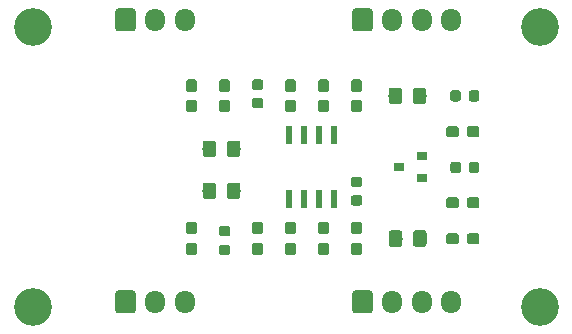
<source format=gbr>
G04 #@! TF.GenerationSoftware,KiCad,Pcbnew,(5.0.1)-3*
G04 #@! TF.CreationDate,2020-03-18T22:13:11-04:00*
G04 #@! TF.ProjectId,viparspectra-adapter,7669706172737065637472612D616461,rev?*
G04 #@! TF.SameCoordinates,Original*
G04 #@! TF.FileFunction,Soldermask,Top*
G04 #@! TF.FilePolarity,Negative*
%FSLAX46Y46*%
G04 Gerber Fmt 4.6, Leading zero omitted, Abs format (unit mm)*
G04 Created by KiCad (PCBNEW (5.0.1)-3) date 3/18/2020 10:13:11 PM*
%MOMM*%
%LPD*%
G01*
G04 APERTURE LIST*
%ADD10C,0.100000*%
%ADD11C,0.875000*%
%ADD12C,3.200000*%
%ADD13R,0.900000X0.800000*%
%ADD14C,1.150000*%
%ADD15C,1.700000*%
%ADD16O,1.700000X1.950000*%
%ADD17C,0.950000*%
%ADD18R,0.600000X1.550000*%
G04 APERTURE END LIST*
D10*
G04 #@! TO.C,C2*
G36*
X165648691Y-74547053D02*
X165669926Y-74550203D01*
X165690750Y-74555419D01*
X165710962Y-74562651D01*
X165730368Y-74571830D01*
X165748781Y-74582866D01*
X165766024Y-74595654D01*
X165781930Y-74610070D01*
X165796346Y-74625976D01*
X165809134Y-74643219D01*
X165820170Y-74661632D01*
X165829349Y-74681038D01*
X165836581Y-74701250D01*
X165841797Y-74722074D01*
X165844947Y-74743309D01*
X165846000Y-74764750D01*
X165846000Y-75277250D01*
X165844947Y-75298691D01*
X165841797Y-75319926D01*
X165836581Y-75340750D01*
X165829349Y-75360962D01*
X165820170Y-75380368D01*
X165809134Y-75398781D01*
X165796346Y-75416024D01*
X165781930Y-75431930D01*
X165766024Y-75446346D01*
X165748781Y-75459134D01*
X165730368Y-75470170D01*
X165710962Y-75479349D01*
X165690750Y-75486581D01*
X165669926Y-75491797D01*
X165648691Y-75494947D01*
X165627250Y-75496000D01*
X165189750Y-75496000D01*
X165168309Y-75494947D01*
X165147074Y-75491797D01*
X165126250Y-75486581D01*
X165106038Y-75479349D01*
X165086632Y-75470170D01*
X165068219Y-75459134D01*
X165050976Y-75446346D01*
X165035070Y-75431930D01*
X165020654Y-75416024D01*
X165007866Y-75398781D01*
X164996830Y-75380368D01*
X164987651Y-75360962D01*
X164980419Y-75340750D01*
X164975203Y-75319926D01*
X164972053Y-75298691D01*
X164971000Y-75277250D01*
X164971000Y-74764750D01*
X164972053Y-74743309D01*
X164975203Y-74722074D01*
X164980419Y-74701250D01*
X164987651Y-74681038D01*
X164996830Y-74661632D01*
X165007866Y-74643219D01*
X165020654Y-74625976D01*
X165035070Y-74610070D01*
X165050976Y-74595654D01*
X165068219Y-74582866D01*
X165086632Y-74571830D01*
X165106038Y-74562651D01*
X165126250Y-74555419D01*
X165147074Y-74550203D01*
X165168309Y-74547053D01*
X165189750Y-74546000D01*
X165627250Y-74546000D01*
X165648691Y-74547053D01*
X165648691Y-74547053D01*
G37*
D11*
X165408500Y-75021000D03*
D10*
G36*
X164073691Y-74547053D02*
X164094926Y-74550203D01*
X164115750Y-74555419D01*
X164135962Y-74562651D01*
X164155368Y-74571830D01*
X164173781Y-74582866D01*
X164191024Y-74595654D01*
X164206930Y-74610070D01*
X164221346Y-74625976D01*
X164234134Y-74643219D01*
X164245170Y-74661632D01*
X164254349Y-74681038D01*
X164261581Y-74701250D01*
X164266797Y-74722074D01*
X164269947Y-74743309D01*
X164271000Y-74764750D01*
X164271000Y-75277250D01*
X164269947Y-75298691D01*
X164266797Y-75319926D01*
X164261581Y-75340750D01*
X164254349Y-75360962D01*
X164245170Y-75380368D01*
X164234134Y-75398781D01*
X164221346Y-75416024D01*
X164206930Y-75431930D01*
X164191024Y-75446346D01*
X164173781Y-75459134D01*
X164155368Y-75470170D01*
X164135962Y-75479349D01*
X164115750Y-75486581D01*
X164094926Y-75491797D01*
X164073691Y-75494947D01*
X164052250Y-75496000D01*
X163614750Y-75496000D01*
X163593309Y-75494947D01*
X163572074Y-75491797D01*
X163551250Y-75486581D01*
X163531038Y-75479349D01*
X163511632Y-75470170D01*
X163493219Y-75459134D01*
X163475976Y-75446346D01*
X163460070Y-75431930D01*
X163445654Y-75416024D01*
X163432866Y-75398781D01*
X163421830Y-75380368D01*
X163412651Y-75360962D01*
X163405419Y-75340750D01*
X163400203Y-75319926D01*
X163397053Y-75298691D01*
X163396000Y-75277250D01*
X163396000Y-74764750D01*
X163397053Y-74743309D01*
X163400203Y-74722074D01*
X163405419Y-74701250D01*
X163412651Y-74681038D01*
X163421830Y-74661632D01*
X163432866Y-74643219D01*
X163445654Y-74625976D01*
X163460070Y-74610070D01*
X163475976Y-74595654D01*
X163493219Y-74582866D01*
X163511632Y-74571830D01*
X163531038Y-74562651D01*
X163551250Y-74555419D01*
X163572074Y-74550203D01*
X163593309Y-74547053D01*
X163614750Y-74546000D01*
X164052250Y-74546000D01*
X164073691Y-74547053D01*
X164073691Y-74547053D01*
G37*
D11*
X163833500Y-75021000D03*
G04 #@! TD*
D12*
G04 #@! TO.C,REF\002A\002A*
X170942000Y-69180000D03*
G04 #@! TD*
G04 #@! TO.C,REF\002A\002A*
X128016000Y-69180000D03*
G04 #@! TD*
G04 #@! TO.C,REF\002A\002A*
X128016000Y-92906000D03*
G04 #@! TD*
D10*
G04 #@! TO.C,C1*
G36*
X164073691Y-80597553D02*
X164094926Y-80600703D01*
X164115750Y-80605919D01*
X164135962Y-80613151D01*
X164155368Y-80622330D01*
X164173781Y-80633366D01*
X164191024Y-80646154D01*
X164206930Y-80660570D01*
X164221346Y-80676476D01*
X164234134Y-80693719D01*
X164245170Y-80712132D01*
X164254349Y-80731538D01*
X164261581Y-80751750D01*
X164266797Y-80772574D01*
X164269947Y-80793809D01*
X164271000Y-80815250D01*
X164271000Y-81327750D01*
X164269947Y-81349191D01*
X164266797Y-81370426D01*
X164261581Y-81391250D01*
X164254349Y-81411462D01*
X164245170Y-81430868D01*
X164234134Y-81449281D01*
X164221346Y-81466524D01*
X164206930Y-81482430D01*
X164191024Y-81496846D01*
X164173781Y-81509634D01*
X164155368Y-81520670D01*
X164135962Y-81529849D01*
X164115750Y-81537081D01*
X164094926Y-81542297D01*
X164073691Y-81545447D01*
X164052250Y-81546500D01*
X163614750Y-81546500D01*
X163593309Y-81545447D01*
X163572074Y-81542297D01*
X163551250Y-81537081D01*
X163531038Y-81529849D01*
X163511632Y-81520670D01*
X163493219Y-81509634D01*
X163475976Y-81496846D01*
X163460070Y-81482430D01*
X163445654Y-81466524D01*
X163432866Y-81449281D01*
X163421830Y-81430868D01*
X163412651Y-81411462D01*
X163405419Y-81391250D01*
X163400203Y-81370426D01*
X163397053Y-81349191D01*
X163396000Y-81327750D01*
X163396000Y-80815250D01*
X163397053Y-80793809D01*
X163400203Y-80772574D01*
X163405419Y-80751750D01*
X163412651Y-80731538D01*
X163421830Y-80712132D01*
X163432866Y-80693719D01*
X163445654Y-80676476D01*
X163460070Y-80660570D01*
X163475976Y-80646154D01*
X163493219Y-80633366D01*
X163511632Y-80622330D01*
X163531038Y-80613151D01*
X163551250Y-80605919D01*
X163572074Y-80600703D01*
X163593309Y-80597553D01*
X163614750Y-80596500D01*
X164052250Y-80596500D01*
X164073691Y-80597553D01*
X164073691Y-80597553D01*
G37*
D11*
X163833500Y-81071500D03*
D10*
G36*
X165648691Y-80597553D02*
X165669926Y-80600703D01*
X165690750Y-80605919D01*
X165710962Y-80613151D01*
X165730368Y-80622330D01*
X165748781Y-80633366D01*
X165766024Y-80646154D01*
X165781930Y-80660570D01*
X165796346Y-80676476D01*
X165809134Y-80693719D01*
X165820170Y-80712132D01*
X165829349Y-80731538D01*
X165836581Y-80751750D01*
X165841797Y-80772574D01*
X165844947Y-80793809D01*
X165846000Y-80815250D01*
X165846000Y-81327750D01*
X165844947Y-81349191D01*
X165841797Y-81370426D01*
X165836581Y-81391250D01*
X165829349Y-81411462D01*
X165820170Y-81430868D01*
X165809134Y-81449281D01*
X165796346Y-81466524D01*
X165781930Y-81482430D01*
X165766024Y-81496846D01*
X165748781Y-81509634D01*
X165730368Y-81520670D01*
X165710962Y-81529849D01*
X165690750Y-81537081D01*
X165669926Y-81542297D01*
X165648691Y-81545447D01*
X165627250Y-81546500D01*
X165189750Y-81546500D01*
X165168309Y-81545447D01*
X165147074Y-81542297D01*
X165126250Y-81537081D01*
X165106038Y-81529849D01*
X165086632Y-81520670D01*
X165068219Y-81509634D01*
X165050976Y-81496846D01*
X165035070Y-81482430D01*
X165020654Y-81466524D01*
X165007866Y-81449281D01*
X164996830Y-81430868D01*
X164987651Y-81411462D01*
X164980419Y-81391250D01*
X164975203Y-81370426D01*
X164972053Y-81349191D01*
X164971000Y-81327750D01*
X164971000Y-80815250D01*
X164972053Y-80793809D01*
X164975203Y-80772574D01*
X164980419Y-80751750D01*
X164987651Y-80731538D01*
X164996830Y-80712132D01*
X165007866Y-80693719D01*
X165020654Y-80676476D01*
X165035070Y-80660570D01*
X165050976Y-80646154D01*
X165068219Y-80633366D01*
X165086632Y-80622330D01*
X165106038Y-80613151D01*
X165126250Y-80605919D01*
X165147074Y-80600703D01*
X165168309Y-80597553D01*
X165189750Y-80596500D01*
X165627250Y-80596500D01*
X165648691Y-80597553D01*
X165648691Y-80597553D01*
G37*
D11*
X165408500Y-81071500D03*
G04 #@! TD*
D10*
G04 #@! TO.C,C3*
G36*
X144549691Y-86042553D02*
X144570926Y-86045703D01*
X144591750Y-86050919D01*
X144611962Y-86058151D01*
X144631368Y-86067330D01*
X144649781Y-86078366D01*
X144667024Y-86091154D01*
X144682930Y-86105570D01*
X144697346Y-86121476D01*
X144710134Y-86138719D01*
X144721170Y-86157132D01*
X144730349Y-86176538D01*
X144737581Y-86196750D01*
X144742797Y-86217574D01*
X144745947Y-86238809D01*
X144747000Y-86260250D01*
X144747000Y-86697750D01*
X144745947Y-86719191D01*
X144742797Y-86740426D01*
X144737581Y-86761250D01*
X144730349Y-86781462D01*
X144721170Y-86800868D01*
X144710134Y-86819281D01*
X144697346Y-86836524D01*
X144682930Y-86852430D01*
X144667024Y-86866846D01*
X144649781Y-86879634D01*
X144631368Y-86890670D01*
X144611962Y-86899849D01*
X144591750Y-86907081D01*
X144570926Y-86912297D01*
X144549691Y-86915447D01*
X144528250Y-86916500D01*
X144015750Y-86916500D01*
X143994309Y-86915447D01*
X143973074Y-86912297D01*
X143952250Y-86907081D01*
X143932038Y-86899849D01*
X143912632Y-86890670D01*
X143894219Y-86879634D01*
X143876976Y-86866846D01*
X143861070Y-86852430D01*
X143846654Y-86836524D01*
X143833866Y-86819281D01*
X143822830Y-86800868D01*
X143813651Y-86781462D01*
X143806419Y-86761250D01*
X143801203Y-86740426D01*
X143798053Y-86719191D01*
X143797000Y-86697750D01*
X143797000Y-86260250D01*
X143798053Y-86238809D01*
X143801203Y-86217574D01*
X143806419Y-86196750D01*
X143813651Y-86176538D01*
X143822830Y-86157132D01*
X143833866Y-86138719D01*
X143846654Y-86121476D01*
X143861070Y-86105570D01*
X143876976Y-86091154D01*
X143894219Y-86078366D01*
X143912632Y-86067330D01*
X143932038Y-86058151D01*
X143952250Y-86050919D01*
X143973074Y-86045703D01*
X143994309Y-86042553D01*
X144015750Y-86041500D01*
X144528250Y-86041500D01*
X144549691Y-86042553D01*
X144549691Y-86042553D01*
G37*
D11*
X144272000Y-86479000D03*
D10*
G36*
X144549691Y-87617553D02*
X144570926Y-87620703D01*
X144591750Y-87625919D01*
X144611962Y-87633151D01*
X144631368Y-87642330D01*
X144649781Y-87653366D01*
X144667024Y-87666154D01*
X144682930Y-87680570D01*
X144697346Y-87696476D01*
X144710134Y-87713719D01*
X144721170Y-87732132D01*
X144730349Y-87751538D01*
X144737581Y-87771750D01*
X144742797Y-87792574D01*
X144745947Y-87813809D01*
X144747000Y-87835250D01*
X144747000Y-88272750D01*
X144745947Y-88294191D01*
X144742797Y-88315426D01*
X144737581Y-88336250D01*
X144730349Y-88356462D01*
X144721170Y-88375868D01*
X144710134Y-88394281D01*
X144697346Y-88411524D01*
X144682930Y-88427430D01*
X144667024Y-88441846D01*
X144649781Y-88454634D01*
X144631368Y-88465670D01*
X144611962Y-88474849D01*
X144591750Y-88482081D01*
X144570926Y-88487297D01*
X144549691Y-88490447D01*
X144528250Y-88491500D01*
X144015750Y-88491500D01*
X143994309Y-88490447D01*
X143973074Y-88487297D01*
X143952250Y-88482081D01*
X143932038Y-88474849D01*
X143912632Y-88465670D01*
X143894219Y-88454634D01*
X143876976Y-88441846D01*
X143861070Y-88427430D01*
X143846654Y-88411524D01*
X143833866Y-88394281D01*
X143822830Y-88375868D01*
X143813651Y-88356462D01*
X143806419Y-88336250D01*
X143801203Y-88315426D01*
X143798053Y-88294191D01*
X143797000Y-88272750D01*
X143797000Y-87835250D01*
X143798053Y-87813809D01*
X143801203Y-87792574D01*
X143806419Y-87771750D01*
X143813651Y-87751538D01*
X143822830Y-87732132D01*
X143833866Y-87713719D01*
X143846654Y-87696476D01*
X143861070Y-87680570D01*
X143876976Y-87666154D01*
X143894219Y-87653366D01*
X143912632Y-87642330D01*
X143932038Y-87633151D01*
X143952250Y-87625919D01*
X143973074Y-87620703D01*
X143994309Y-87617553D01*
X144015750Y-87616500D01*
X144528250Y-87616500D01*
X144549691Y-87617553D01*
X144549691Y-87617553D01*
G37*
D11*
X144272000Y-88054000D03*
G04 #@! TD*
D10*
G04 #@! TO.C,C4*
G36*
X147343691Y-73627053D02*
X147364926Y-73630203D01*
X147385750Y-73635419D01*
X147405962Y-73642651D01*
X147425368Y-73651830D01*
X147443781Y-73662866D01*
X147461024Y-73675654D01*
X147476930Y-73690070D01*
X147491346Y-73705976D01*
X147504134Y-73723219D01*
X147515170Y-73741632D01*
X147524349Y-73761038D01*
X147531581Y-73781250D01*
X147536797Y-73802074D01*
X147539947Y-73823309D01*
X147541000Y-73844750D01*
X147541000Y-74282250D01*
X147539947Y-74303691D01*
X147536797Y-74324926D01*
X147531581Y-74345750D01*
X147524349Y-74365962D01*
X147515170Y-74385368D01*
X147504134Y-74403781D01*
X147491346Y-74421024D01*
X147476930Y-74436930D01*
X147461024Y-74451346D01*
X147443781Y-74464134D01*
X147425368Y-74475170D01*
X147405962Y-74484349D01*
X147385750Y-74491581D01*
X147364926Y-74496797D01*
X147343691Y-74499947D01*
X147322250Y-74501000D01*
X146809750Y-74501000D01*
X146788309Y-74499947D01*
X146767074Y-74496797D01*
X146746250Y-74491581D01*
X146726038Y-74484349D01*
X146706632Y-74475170D01*
X146688219Y-74464134D01*
X146670976Y-74451346D01*
X146655070Y-74436930D01*
X146640654Y-74421024D01*
X146627866Y-74403781D01*
X146616830Y-74385368D01*
X146607651Y-74365962D01*
X146600419Y-74345750D01*
X146595203Y-74324926D01*
X146592053Y-74303691D01*
X146591000Y-74282250D01*
X146591000Y-73844750D01*
X146592053Y-73823309D01*
X146595203Y-73802074D01*
X146600419Y-73781250D01*
X146607651Y-73761038D01*
X146616830Y-73741632D01*
X146627866Y-73723219D01*
X146640654Y-73705976D01*
X146655070Y-73690070D01*
X146670976Y-73675654D01*
X146688219Y-73662866D01*
X146706632Y-73651830D01*
X146726038Y-73642651D01*
X146746250Y-73635419D01*
X146767074Y-73630203D01*
X146788309Y-73627053D01*
X146809750Y-73626000D01*
X147322250Y-73626000D01*
X147343691Y-73627053D01*
X147343691Y-73627053D01*
G37*
D11*
X147066000Y-74063500D03*
D10*
G36*
X147343691Y-75202053D02*
X147364926Y-75205203D01*
X147385750Y-75210419D01*
X147405962Y-75217651D01*
X147425368Y-75226830D01*
X147443781Y-75237866D01*
X147461024Y-75250654D01*
X147476930Y-75265070D01*
X147491346Y-75280976D01*
X147504134Y-75298219D01*
X147515170Y-75316632D01*
X147524349Y-75336038D01*
X147531581Y-75356250D01*
X147536797Y-75377074D01*
X147539947Y-75398309D01*
X147541000Y-75419750D01*
X147541000Y-75857250D01*
X147539947Y-75878691D01*
X147536797Y-75899926D01*
X147531581Y-75920750D01*
X147524349Y-75940962D01*
X147515170Y-75960368D01*
X147504134Y-75978781D01*
X147491346Y-75996024D01*
X147476930Y-76011930D01*
X147461024Y-76026346D01*
X147443781Y-76039134D01*
X147425368Y-76050170D01*
X147405962Y-76059349D01*
X147385750Y-76066581D01*
X147364926Y-76071797D01*
X147343691Y-76074947D01*
X147322250Y-76076000D01*
X146809750Y-76076000D01*
X146788309Y-76074947D01*
X146767074Y-76071797D01*
X146746250Y-76066581D01*
X146726038Y-76059349D01*
X146706632Y-76050170D01*
X146688219Y-76039134D01*
X146670976Y-76026346D01*
X146655070Y-76011930D01*
X146640654Y-75996024D01*
X146627866Y-75978781D01*
X146616830Y-75960368D01*
X146607651Y-75940962D01*
X146600419Y-75920750D01*
X146595203Y-75899926D01*
X146592053Y-75878691D01*
X146591000Y-75857250D01*
X146591000Y-75419750D01*
X146592053Y-75398309D01*
X146595203Y-75377074D01*
X146600419Y-75356250D01*
X146607651Y-75336038D01*
X146616830Y-75316632D01*
X146627866Y-75298219D01*
X146640654Y-75280976D01*
X146655070Y-75265070D01*
X146670976Y-75250654D01*
X146688219Y-75237866D01*
X146706632Y-75226830D01*
X146726038Y-75217651D01*
X146746250Y-75210419D01*
X146767074Y-75205203D01*
X146788309Y-75202053D01*
X146809750Y-75201000D01*
X147322250Y-75201000D01*
X147343691Y-75202053D01*
X147343691Y-75202053D01*
G37*
D11*
X147066000Y-75638500D03*
G04 #@! TD*
D10*
G04 #@! TO.C,C5*
G36*
X155725691Y-83434553D02*
X155746926Y-83437703D01*
X155767750Y-83442919D01*
X155787962Y-83450151D01*
X155807368Y-83459330D01*
X155825781Y-83470366D01*
X155843024Y-83483154D01*
X155858930Y-83497570D01*
X155873346Y-83513476D01*
X155886134Y-83530719D01*
X155897170Y-83549132D01*
X155906349Y-83568538D01*
X155913581Y-83588750D01*
X155918797Y-83609574D01*
X155921947Y-83630809D01*
X155923000Y-83652250D01*
X155923000Y-84089750D01*
X155921947Y-84111191D01*
X155918797Y-84132426D01*
X155913581Y-84153250D01*
X155906349Y-84173462D01*
X155897170Y-84192868D01*
X155886134Y-84211281D01*
X155873346Y-84228524D01*
X155858930Y-84244430D01*
X155843024Y-84258846D01*
X155825781Y-84271634D01*
X155807368Y-84282670D01*
X155787962Y-84291849D01*
X155767750Y-84299081D01*
X155746926Y-84304297D01*
X155725691Y-84307447D01*
X155704250Y-84308500D01*
X155191750Y-84308500D01*
X155170309Y-84307447D01*
X155149074Y-84304297D01*
X155128250Y-84299081D01*
X155108038Y-84291849D01*
X155088632Y-84282670D01*
X155070219Y-84271634D01*
X155052976Y-84258846D01*
X155037070Y-84244430D01*
X155022654Y-84228524D01*
X155009866Y-84211281D01*
X154998830Y-84192868D01*
X154989651Y-84173462D01*
X154982419Y-84153250D01*
X154977203Y-84132426D01*
X154974053Y-84111191D01*
X154973000Y-84089750D01*
X154973000Y-83652250D01*
X154974053Y-83630809D01*
X154977203Y-83609574D01*
X154982419Y-83588750D01*
X154989651Y-83568538D01*
X154998830Y-83549132D01*
X155009866Y-83530719D01*
X155022654Y-83513476D01*
X155037070Y-83497570D01*
X155052976Y-83483154D01*
X155070219Y-83470366D01*
X155088632Y-83459330D01*
X155108038Y-83450151D01*
X155128250Y-83442919D01*
X155149074Y-83437703D01*
X155170309Y-83434553D01*
X155191750Y-83433500D01*
X155704250Y-83433500D01*
X155725691Y-83434553D01*
X155725691Y-83434553D01*
G37*
D11*
X155448000Y-83871000D03*
D10*
G36*
X155725691Y-81859553D02*
X155746926Y-81862703D01*
X155767750Y-81867919D01*
X155787962Y-81875151D01*
X155807368Y-81884330D01*
X155825781Y-81895366D01*
X155843024Y-81908154D01*
X155858930Y-81922570D01*
X155873346Y-81938476D01*
X155886134Y-81955719D01*
X155897170Y-81974132D01*
X155906349Y-81993538D01*
X155913581Y-82013750D01*
X155918797Y-82034574D01*
X155921947Y-82055809D01*
X155923000Y-82077250D01*
X155923000Y-82514750D01*
X155921947Y-82536191D01*
X155918797Y-82557426D01*
X155913581Y-82578250D01*
X155906349Y-82598462D01*
X155897170Y-82617868D01*
X155886134Y-82636281D01*
X155873346Y-82653524D01*
X155858930Y-82669430D01*
X155843024Y-82683846D01*
X155825781Y-82696634D01*
X155807368Y-82707670D01*
X155787962Y-82716849D01*
X155767750Y-82724081D01*
X155746926Y-82729297D01*
X155725691Y-82732447D01*
X155704250Y-82733500D01*
X155191750Y-82733500D01*
X155170309Y-82732447D01*
X155149074Y-82729297D01*
X155128250Y-82724081D01*
X155108038Y-82716849D01*
X155088632Y-82707670D01*
X155070219Y-82696634D01*
X155052976Y-82683846D01*
X155037070Y-82669430D01*
X155022654Y-82653524D01*
X155009866Y-82636281D01*
X154998830Y-82617868D01*
X154989651Y-82598462D01*
X154982419Y-82578250D01*
X154977203Y-82557426D01*
X154974053Y-82536191D01*
X154973000Y-82514750D01*
X154973000Y-82077250D01*
X154974053Y-82055809D01*
X154977203Y-82034574D01*
X154982419Y-82013750D01*
X154989651Y-81993538D01*
X154998830Y-81974132D01*
X155009866Y-81955719D01*
X155022654Y-81938476D01*
X155037070Y-81922570D01*
X155052976Y-81908154D01*
X155070219Y-81895366D01*
X155088632Y-81884330D01*
X155108038Y-81875151D01*
X155128250Y-81867919D01*
X155149074Y-81862703D01*
X155170309Y-81859553D01*
X155191750Y-81858500D01*
X155704250Y-81858500D01*
X155725691Y-81859553D01*
X155725691Y-81859553D01*
G37*
D11*
X155448000Y-82296000D03*
G04 #@! TD*
D13*
G04 #@! TO.C,D1*
X161020000Y-81976000D03*
X161020000Y-80076000D03*
X159020000Y-81026000D03*
G04 #@! TD*
D10*
G04 #@! TO.C,D2*
G36*
X145392505Y-82359204D02*
X145416773Y-82362804D01*
X145440572Y-82368765D01*
X145463671Y-82377030D01*
X145485850Y-82387520D01*
X145506893Y-82400132D01*
X145526599Y-82414747D01*
X145544777Y-82431223D01*
X145561253Y-82449401D01*
X145575868Y-82469107D01*
X145588480Y-82490150D01*
X145598970Y-82512329D01*
X145607235Y-82535428D01*
X145613196Y-82559227D01*
X145616796Y-82583495D01*
X145618000Y-82607999D01*
X145618000Y-83508001D01*
X145616796Y-83532505D01*
X145613196Y-83556773D01*
X145607235Y-83580572D01*
X145598970Y-83603671D01*
X145588480Y-83625850D01*
X145575868Y-83646893D01*
X145561253Y-83666599D01*
X145544777Y-83684777D01*
X145526599Y-83701253D01*
X145506893Y-83715868D01*
X145485850Y-83728480D01*
X145463671Y-83738970D01*
X145440572Y-83747235D01*
X145416773Y-83753196D01*
X145392505Y-83756796D01*
X145368001Y-83758000D01*
X144717999Y-83758000D01*
X144693495Y-83756796D01*
X144669227Y-83753196D01*
X144645428Y-83747235D01*
X144622329Y-83738970D01*
X144600150Y-83728480D01*
X144579107Y-83715868D01*
X144559401Y-83701253D01*
X144541223Y-83684777D01*
X144524747Y-83666599D01*
X144510132Y-83646893D01*
X144497520Y-83625850D01*
X144487030Y-83603671D01*
X144478765Y-83580572D01*
X144472804Y-83556773D01*
X144469204Y-83532505D01*
X144468000Y-83508001D01*
X144468000Y-82607999D01*
X144469204Y-82583495D01*
X144472804Y-82559227D01*
X144478765Y-82535428D01*
X144487030Y-82512329D01*
X144497520Y-82490150D01*
X144510132Y-82469107D01*
X144524747Y-82449401D01*
X144541223Y-82431223D01*
X144559401Y-82414747D01*
X144579107Y-82400132D01*
X144600150Y-82387520D01*
X144622329Y-82377030D01*
X144645428Y-82368765D01*
X144669227Y-82362804D01*
X144693495Y-82359204D01*
X144717999Y-82358000D01*
X145368001Y-82358000D01*
X145392505Y-82359204D01*
X145392505Y-82359204D01*
G37*
D14*
X145043000Y-83058000D03*
D10*
G36*
X143342505Y-82359204D02*
X143366773Y-82362804D01*
X143390572Y-82368765D01*
X143413671Y-82377030D01*
X143435850Y-82387520D01*
X143456893Y-82400132D01*
X143476599Y-82414747D01*
X143494777Y-82431223D01*
X143511253Y-82449401D01*
X143525868Y-82469107D01*
X143538480Y-82490150D01*
X143548970Y-82512329D01*
X143557235Y-82535428D01*
X143563196Y-82559227D01*
X143566796Y-82583495D01*
X143568000Y-82607999D01*
X143568000Y-83508001D01*
X143566796Y-83532505D01*
X143563196Y-83556773D01*
X143557235Y-83580572D01*
X143548970Y-83603671D01*
X143538480Y-83625850D01*
X143525868Y-83646893D01*
X143511253Y-83666599D01*
X143494777Y-83684777D01*
X143476599Y-83701253D01*
X143456893Y-83715868D01*
X143435850Y-83728480D01*
X143413671Y-83738970D01*
X143390572Y-83747235D01*
X143366773Y-83753196D01*
X143342505Y-83756796D01*
X143318001Y-83758000D01*
X142667999Y-83758000D01*
X142643495Y-83756796D01*
X142619227Y-83753196D01*
X142595428Y-83747235D01*
X142572329Y-83738970D01*
X142550150Y-83728480D01*
X142529107Y-83715868D01*
X142509401Y-83701253D01*
X142491223Y-83684777D01*
X142474747Y-83666599D01*
X142460132Y-83646893D01*
X142447520Y-83625850D01*
X142437030Y-83603671D01*
X142428765Y-83580572D01*
X142422804Y-83556773D01*
X142419204Y-83532505D01*
X142418000Y-83508001D01*
X142418000Y-82607999D01*
X142419204Y-82583495D01*
X142422804Y-82559227D01*
X142428765Y-82535428D01*
X142437030Y-82512329D01*
X142447520Y-82490150D01*
X142460132Y-82469107D01*
X142474747Y-82449401D01*
X142491223Y-82431223D01*
X142509401Y-82414747D01*
X142529107Y-82400132D01*
X142550150Y-82387520D01*
X142572329Y-82377030D01*
X142595428Y-82368765D01*
X142619227Y-82362804D01*
X142643495Y-82359204D01*
X142667999Y-82358000D01*
X143318001Y-82358000D01*
X143342505Y-82359204D01*
X143342505Y-82359204D01*
G37*
D14*
X142993000Y-83058000D03*
G04 #@! TD*
D10*
G04 #@! TO.C,D3*
G36*
X143342505Y-78803204D02*
X143366773Y-78806804D01*
X143390572Y-78812765D01*
X143413671Y-78821030D01*
X143435850Y-78831520D01*
X143456893Y-78844132D01*
X143476599Y-78858747D01*
X143494777Y-78875223D01*
X143511253Y-78893401D01*
X143525868Y-78913107D01*
X143538480Y-78934150D01*
X143548970Y-78956329D01*
X143557235Y-78979428D01*
X143563196Y-79003227D01*
X143566796Y-79027495D01*
X143568000Y-79051999D01*
X143568000Y-79952001D01*
X143566796Y-79976505D01*
X143563196Y-80000773D01*
X143557235Y-80024572D01*
X143548970Y-80047671D01*
X143538480Y-80069850D01*
X143525868Y-80090893D01*
X143511253Y-80110599D01*
X143494777Y-80128777D01*
X143476599Y-80145253D01*
X143456893Y-80159868D01*
X143435850Y-80172480D01*
X143413671Y-80182970D01*
X143390572Y-80191235D01*
X143366773Y-80197196D01*
X143342505Y-80200796D01*
X143318001Y-80202000D01*
X142667999Y-80202000D01*
X142643495Y-80200796D01*
X142619227Y-80197196D01*
X142595428Y-80191235D01*
X142572329Y-80182970D01*
X142550150Y-80172480D01*
X142529107Y-80159868D01*
X142509401Y-80145253D01*
X142491223Y-80128777D01*
X142474747Y-80110599D01*
X142460132Y-80090893D01*
X142447520Y-80069850D01*
X142437030Y-80047671D01*
X142428765Y-80024572D01*
X142422804Y-80000773D01*
X142419204Y-79976505D01*
X142418000Y-79952001D01*
X142418000Y-79051999D01*
X142419204Y-79027495D01*
X142422804Y-79003227D01*
X142428765Y-78979428D01*
X142437030Y-78956329D01*
X142447520Y-78934150D01*
X142460132Y-78913107D01*
X142474747Y-78893401D01*
X142491223Y-78875223D01*
X142509401Y-78858747D01*
X142529107Y-78844132D01*
X142550150Y-78831520D01*
X142572329Y-78821030D01*
X142595428Y-78812765D01*
X142619227Y-78806804D01*
X142643495Y-78803204D01*
X142667999Y-78802000D01*
X143318001Y-78802000D01*
X143342505Y-78803204D01*
X143342505Y-78803204D01*
G37*
D14*
X142993000Y-79502000D03*
D10*
G36*
X145392505Y-78803204D02*
X145416773Y-78806804D01*
X145440572Y-78812765D01*
X145463671Y-78821030D01*
X145485850Y-78831520D01*
X145506893Y-78844132D01*
X145526599Y-78858747D01*
X145544777Y-78875223D01*
X145561253Y-78893401D01*
X145575868Y-78913107D01*
X145588480Y-78934150D01*
X145598970Y-78956329D01*
X145607235Y-78979428D01*
X145613196Y-79003227D01*
X145616796Y-79027495D01*
X145618000Y-79051999D01*
X145618000Y-79952001D01*
X145616796Y-79976505D01*
X145613196Y-80000773D01*
X145607235Y-80024572D01*
X145598970Y-80047671D01*
X145588480Y-80069850D01*
X145575868Y-80090893D01*
X145561253Y-80110599D01*
X145544777Y-80128777D01*
X145526599Y-80145253D01*
X145506893Y-80159868D01*
X145485850Y-80172480D01*
X145463671Y-80182970D01*
X145440572Y-80191235D01*
X145416773Y-80197196D01*
X145392505Y-80200796D01*
X145368001Y-80202000D01*
X144717999Y-80202000D01*
X144693495Y-80200796D01*
X144669227Y-80197196D01*
X144645428Y-80191235D01*
X144622329Y-80182970D01*
X144600150Y-80172480D01*
X144579107Y-80159868D01*
X144559401Y-80145253D01*
X144541223Y-80128777D01*
X144524747Y-80110599D01*
X144510132Y-80090893D01*
X144497520Y-80069850D01*
X144487030Y-80047671D01*
X144478765Y-80024572D01*
X144472804Y-80000773D01*
X144469204Y-79976505D01*
X144468000Y-79952001D01*
X144468000Y-79051999D01*
X144469204Y-79027495D01*
X144472804Y-79003227D01*
X144478765Y-78979428D01*
X144487030Y-78956329D01*
X144497520Y-78934150D01*
X144510132Y-78913107D01*
X144524747Y-78893401D01*
X144541223Y-78875223D01*
X144559401Y-78858747D01*
X144579107Y-78844132D01*
X144600150Y-78831520D01*
X144622329Y-78821030D01*
X144645428Y-78812765D01*
X144669227Y-78806804D01*
X144693495Y-78803204D01*
X144717999Y-78802000D01*
X145368001Y-78802000D01*
X145392505Y-78803204D01*
X145392505Y-78803204D01*
G37*
D14*
X145043000Y-79502000D03*
G04 #@! TD*
D10*
G04 #@! TO.C,D4*
G36*
X161131505Y-74322204D02*
X161155773Y-74325804D01*
X161179572Y-74331765D01*
X161202671Y-74340030D01*
X161224850Y-74350520D01*
X161245893Y-74363132D01*
X161265599Y-74377747D01*
X161283777Y-74394223D01*
X161300253Y-74412401D01*
X161314868Y-74432107D01*
X161327480Y-74453150D01*
X161337970Y-74475329D01*
X161346235Y-74498428D01*
X161352196Y-74522227D01*
X161355796Y-74546495D01*
X161357000Y-74570999D01*
X161357000Y-75471001D01*
X161355796Y-75495505D01*
X161352196Y-75519773D01*
X161346235Y-75543572D01*
X161337970Y-75566671D01*
X161327480Y-75588850D01*
X161314868Y-75609893D01*
X161300253Y-75629599D01*
X161283777Y-75647777D01*
X161265599Y-75664253D01*
X161245893Y-75678868D01*
X161224850Y-75691480D01*
X161202671Y-75701970D01*
X161179572Y-75710235D01*
X161155773Y-75716196D01*
X161131505Y-75719796D01*
X161107001Y-75721000D01*
X160456999Y-75721000D01*
X160432495Y-75719796D01*
X160408227Y-75716196D01*
X160384428Y-75710235D01*
X160361329Y-75701970D01*
X160339150Y-75691480D01*
X160318107Y-75678868D01*
X160298401Y-75664253D01*
X160280223Y-75647777D01*
X160263747Y-75629599D01*
X160249132Y-75609893D01*
X160236520Y-75588850D01*
X160226030Y-75566671D01*
X160217765Y-75543572D01*
X160211804Y-75519773D01*
X160208204Y-75495505D01*
X160207000Y-75471001D01*
X160207000Y-74570999D01*
X160208204Y-74546495D01*
X160211804Y-74522227D01*
X160217765Y-74498428D01*
X160226030Y-74475329D01*
X160236520Y-74453150D01*
X160249132Y-74432107D01*
X160263747Y-74412401D01*
X160280223Y-74394223D01*
X160298401Y-74377747D01*
X160318107Y-74363132D01*
X160339150Y-74350520D01*
X160361329Y-74340030D01*
X160384428Y-74331765D01*
X160408227Y-74325804D01*
X160432495Y-74322204D01*
X160456999Y-74321000D01*
X161107001Y-74321000D01*
X161131505Y-74322204D01*
X161131505Y-74322204D01*
G37*
D14*
X160782000Y-75021000D03*
D10*
G36*
X159081505Y-74322204D02*
X159105773Y-74325804D01*
X159129572Y-74331765D01*
X159152671Y-74340030D01*
X159174850Y-74350520D01*
X159195893Y-74363132D01*
X159215599Y-74377747D01*
X159233777Y-74394223D01*
X159250253Y-74412401D01*
X159264868Y-74432107D01*
X159277480Y-74453150D01*
X159287970Y-74475329D01*
X159296235Y-74498428D01*
X159302196Y-74522227D01*
X159305796Y-74546495D01*
X159307000Y-74570999D01*
X159307000Y-75471001D01*
X159305796Y-75495505D01*
X159302196Y-75519773D01*
X159296235Y-75543572D01*
X159287970Y-75566671D01*
X159277480Y-75588850D01*
X159264868Y-75609893D01*
X159250253Y-75629599D01*
X159233777Y-75647777D01*
X159215599Y-75664253D01*
X159195893Y-75678868D01*
X159174850Y-75691480D01*
X159152671Y-75701970D01*
X159129572Y-75710235D01*
X159105773Y-75716196D01*
X159081505Y-75719796D01*
X159057001Y-75721000D01*
X158406999Y-75721000D01*
X158382495Y-75719796D01*
X158358227Y-75716196D01*
X158334428Y-75710235D01*
X158311329Y-75701970D01*
X158289150Y-75691480D01*
X158268107Y-75678868D01*
X158248401Y-75664253D01*
X158230223Y-75647777D01*
X158213747Y-75629599D01*
X158199132Y-75609893D01*
X158186520Y-75588850D01*
X158176030Y-75566671D01*
X158167765Y-75543572D01*
X158161804Y-75519773D01*
X158158204Y-75495505D01*
X158157000Y-75471001D01*
X158157000Y-74570999D01*
X158158204Y-74546495D01*
X158161804Y-74522227D01*
X158167765Y-74498428D01*
X158176030Y-74475329D01*
X158186520Y-74453150D01*
X158199132Y-74432107D01*
X158213747Y-74412401D01*
X158230223Y-74394223D01*
X158248401Y-74377747D01*
X158268107Y-74363132D01*
X158289150Y-74350520D01*
X158311329Y-74340030D01*
X158334428Y-74331765D01*
X158358227Y-74325804D01*
X158382495Y-74322204D01*
X158406999Y-74321000D01*
X159057001Y-74321000D01*
X159081505Y-74322204D01*
X159081505Y-74322204D01*
G37*
D14*
X158732000Y-75021000D03*
G04 #@! TD*
D10*
G04 #@! TO.C,D5*
G36*
X159099505Y-86397704D02*
X159123773Y-86401304D01*
X159147572Y-86407265D01*
X159170671Y-86415530D01*
X159192850Y-86426020D01*
X159213893Y-86438632D01*
X159233599Y-86453247D01*
X159251777Y-86469723D01*
X159268253Y-86487901D01*
X159282868Y-86507607D01*
X159295480Y-86528650D01*
X159305970Y-86550829D01*
X159314235Y-86573928D01*
X159320196Y-86597727D01*
X159323796Y-86621995D01*
X159325000Y-86646499D01*
X159325000Y-87546501D01*
X159323796Y-87571005D01*
X159320196Y-87595273D01*
X159314235Y-87619072D01*
X159305970Y-87642171D01*
X159295480Y-87664350D01*
X159282868Y-87685393D01*
X159268253Y-87705099D01*
X159251777Y-87723277D01*
X159233599Y-87739753D01*
X159213893Y-87754368D01*
X159192850Y-87766980D01*
X159170671Y-87777470D01*
X159147572Y-87785735D01*
X159123773Y-87791696D01*
X159099505Y-87795296D01*
X159075001Y-87796500D01*
X158424999Y-87796500D01*
X158400495Y-87795296D01*
X158376227Y-87791696D01*
X158352428Y-87785735D01*
X158329329Y-87777470D01*
X158307150Y-87766980D01*
X158286107Y-87754368D01*
X158266401Y-87739753D01*
X158248223Y-87723277D01*
X158231747Y-87705099D01*
X158217132Y-87685393D01*
X158204520Y-87664350D01*
X158194030Y-87642171D01*
X158185765Y-87619072D01*
X158179804Y-87595273D01*
X158176204Y-87571005D01*
X158175000Y-87546501D01*
X158175000Y-86646499D01*
X158176204Y-86621995D01*
X158179804Y-86597727D01*
X158185765Y-86573928D01*
X158194030Y-86550829D01*
X158204520Y-86528650D01*
X158217132Y-86507607D01*
X158231747Y-86487901D01*
X158248223Y-86469723D01*
X158266401Y-86453247D01*
X158286107Y-86438632D01*
X158307150Y-86426020D01*
X158329329Y-86415530D01*
X158352428Y-86407265D01*
X158376227Y-86401304D01*
X158400495Y-86397704D01*
X158424999Y-86396500D01*
X159075001Y-86396500D01*
X159099505Y-86397704D01*
X159099505Y-86397704D01*
G37*
D14*
X158750000Y-87096500D03*
D10*
G36*
X161149505Y-86397704D02*
X161173773Y-86401304D01*
X161197572Y-86407265D01*
X161220671Y-86415530D01*
X161242850Y-86426020D01*
X161263893Y-86438632D01*
X161283599Y-86453247D01*
X161301777Y-86469723D01*
X161318253Y-86487901D01*
X161332868Y-86507607D01*
X161345480Y-86528650D01*
X161355970Y-86550829D01*
X161364235Y-86573928D01*
X161370196Y-86597727D01*
X161373796Y-86621995D01*
X161375000Y-86646499D01*
X161375000Y-87546501D01*
X161373796Y-87571005D01*
X161370196Y-87595273D01*
X161364235Y-87619072D01*
X161355970Y-87642171D01*
X161345480Y-87664350D01*
X161332868Y-87685393D01*
X161318253Y-87705099D01*
X161301777Y-87723277D01*
X161283599Y-87739753D01*
X161263893Y-87754368D01*
X161242850Y-87766980D01*
X161220671Y-87777470D01*
X161197572Y-87785735D01*
X161173773Y-87791696D01*
X161149505Y-87795296D01*
X161125001Y-87796500D01*
X160474999Y-87796500D01*
X160450495Y-87795296D01*
X160426227Y-87791696D01*
X160402428Y-87785735D01*
X160379329Y-87777470D01*
X160357150Y-87766980D01*
X160336107Y-87754368D01*
X160316401Y-87739753D01*
X160298223Y-87723277D01*
X160281747Y-87705099D01*
X160267132Y-87685393D01*
X160254520Y-87664350D01*
X160244030Y-87642171D01*
X160235765Y-87619072D01*
X160229804Y-87595273D01*
X160226204Y-87571005D01*
X160225000Y-87546501D01*
X160225000Y-86646499D01*
X160226204Y-86621995D01*
X160229804Y-86597727D01*
X160235765Y-86573928D01*
X160244030Y-86550829D01*
X160254520Y-86528650D01*
X160267132Y-86507607D01*
X160281747Y-86487901D01*
X160298223Y-86469723D01*
X160316401Y-86453247D01*
X160336107Y-86438632D01*
X160357150Y-86426020D01*
X160379329Y-86415530D01*
X160402428Y-86407265D01*
X160426227Y-86401304D01*
X160450495Y-86397704D01*
X160474999Y-86396500D01*
X161125001Y-86396500D01*
X161149505Y-86397704D01*
X161149505Y-86397704D01*
G37*
D14*
X160800000Y-87096500D03*
G04 #@! TD*
D10*
G04 #@! TO.C,J1*
G36*
X136514504Y-67606204D02*
X136538773Y-67609804D01*
X136562571Y-67615765D01*
X136585671Y-67624030D01*
X136607849Y-67634520D01*
X136628893Y-67647133D01*
X136648598Y-67661747D01*
X136666777Y-67678223D01*
X136683253Y-67696402D01*
X136697867Y-67716107D01*
X136710480Y-67737151D01*
X136720970Y-67759329D01*
X136729235Y-67782429D01*
X136735196Y-67806227D01*
X136738796Y-67830496D01*
X136740000Y-67855000D01*
X136740000Y-69305000D01*
X136738796Y-69329504D01*
X136735196Y-69353773D01*
X136729235Y-69377571D01*
X136720970Y-69400671D01*
X136710480Y-69422849D01*
X136697867Y-69443893D01*
X136683253Y-69463598D01*
X136666777Y-69481777D01*
X136648598Y-69498253D01*
X136628893Y-69512867D01*
X136607849Y-69525480D01*
X136585671Y-69535970D01*
X136562571Y-69544235D01*
X136538773Y-69550196D01*
X136514504Y-69553796D01*
X136490000Y-69555000D01*
X135290000Y-69555000D01*
X135265496Y-69553796D01*
X135241227Y-69550196D01*
X135217429Y-69544235D01*
X135194329Y-69535970D01*
X135172151Y-69525480D01*
X135151107Y-69512867D01*
X135131402Y-69498253D01*
X135113223Y-69481777D01*
X135096747Y-69463598D01*
X135082133Y-69443893D01*
X135069520Y-69422849D01*
X135059030Y-69400671D01*
X135050765Y-69377571D01*
X135044804Y-69353773D01*
X135041204Y-69329504D01*
X135040000Y-69305000D01*
X135040000Y-67855000D01*
X135041204Y-67830496D01*
X135044804Y-67806227D01*
X135050765Y-67782429D01*
X135059030Y-67759329D01*
X135069520Y-67737151D01*
X135082133Y-67716107D01*
X135096747Y-67696402D01*
X135113223Y-67678223D01*
X135131402Y-67661747D01*
X135151107Y-67647133D01*
X135172151Y-67634520D01*
X135194329Y-67624030D01*
X135217429Y-67615765D01*
X135241227Y-67609804D01*
X135265496Y-67606204D01*
X135290000Y-67605000D01*
X136490000Y-67605000D01*
X136514504Y-67606204D01*
X136514504Y-67606204D01*
G37*
D15*
X135890000Y-68580000D03*
D16*
X138390000Y-68580000D03*
X140890000Y-68580000D03*
G04 #@! TD*
G04 #@! TO.C,J2*
X140890000Y-92456000D03*
X138390000Y-92456000D03*
D10*
G36*
X136514504Y-91482204D02*
X136538773Y-91485804D01*
X136562571Y-91491765D01*
X136585671Y-91500030D01*
X136607849Y-91510520D01*
X136628893Y-91523133D01*
X136648598Y-91537747D01*
X136666777Y-91554223D01*
X136683253Y-91572402D01*
X136697867Y-91592107D01*
X136710480Y-91613151D01*
X136720970Y-91635329D01*
X136729235Y-91658429D01*
X136735196Y-91682227D01*
X136738796Y-91706496D01*
X136740000Y-91731000D01*
X136740000Y-93181000D01*
X136738796Y-93205504D01*
X136735196Y-93229773D01*
X136729235Y-93253571D01*
X136720970Y-93276671D01*
X136710480Y-93298849D01*
X136697867Y-93319893D01*
X136683253Y-93339598D01*
X136666777Y-93357777D01*
X136648598Y-93374253D01*
X136628893Y-93388867D01*
X136607849Y-93401480D01*
X136585671Y-93411970D01*
X136562571Y-93420235D01*
X136538773Y-93426196D01*
X136514504Y-93429796D01*
X136490000Y-93431000D01*
X135290000Y-93431000D01*
X135265496Y-93429796D01*
X135241227Y-93426196D01*
X135217429Y-93420235D01*
X135194329Y-93411970D01*
X135172151Y-93401480D01*
X135151107Y-93388867D01*
X135131402Y-93374253D01*
X135113223Y-93357777D01*
X135096747Y-93339598D01*
X135082133Y-93319893D01*
X135069520Y-93298849D01*
X135059030Y-93276671D01*
X135050765Y-93253571D01*
X135044804Y-93229773D01*
X135041204Y-93205504D01*
X135040000Y-93181000D01*
X135040000Y-91731000D01*
X135041204Y-91706496D01*
X135044804Y-91682227D01*
X135050765Y-91658429D01*
X135059030Y-91635329D01*
X135069520Y-91613151D01*
X135082133Y-91592107D01*
X135096747Y-91572402D01*
X135113223Y-91554223D01*
X135131402Y-91537747D01*
X135151107Y-91523133D01*
X135172151Y-91510520D01*
X135194329Y-91500030D01*
X135217429Y-91491765D01*
X135241227Y-91485804D01*
X135265496Y-91482204D01*
X135290000Y-91481000D01*
X136490000Y-91481000D01*
X136514504Y-91482204D01*
X136514504Y-91482204D01*
G37*
D15*
X135890000Y-92456000D03*
G04 #@! TD*
D16*
G04 #@! TO.C,J5*
X163456000Y-68580000D03*
X160956000Y-68580000D03*
X158456000Y-68580000D03*
D10*
G36*
X156580504Y-67606204D02*
X156604773Y-67609804D01*
X156628571Y-67615765D01*
X156651671Y-67624030D01*
X156673849Y-67634520D01*
X156694893Y-67647133D01*
X156714598Y-67661747D01*
X156732777Y-67678223D01*
X156749253Y-67696402D01*
X156763867Y-67716107D01*
X156776480Y-67737151D01*
X156786970Y-67759329D01*
X156795235Y-67782429D01*
X156801196Y-67806227D01*
X156804796Y-67830496D01*
X156806000Y-67855000D01*
X156806000Y-69305000D01*
X156804796Y-69329504D01*
X156801196Y-69353773D01*
X156795235Y-69377571D01*
X156786970Y-69400671D01*
X156776480Y-69422849D01*
X156763867Y-69443893D01*
X156749253Y-69463598D01*
X156732777Y-69481777D01*
X156714598Y-69498253D01*
X156694893Y-69512867D01*
X156673849Y-69525480D01*
X156651671Y-69535970D01*
X156628571Y-69544235D01*
X156604773Y-69550196D01*
X156580504Y-69553796D01*
X156556000Y-69555000D01*
X155356000Y-69555000D01*
X155331496Y-69553796D01*
X155307227Y-69550196D01*
X155283429Y-69544235D01*
X155260329Y-69535970D01*
X155238151Y-69525480D01*
X155217107Y-69512867D01*
X155197402Y-69498253D01*
X155179223Y-69481777D01*
X155162747Y-69463598D01*
X155148133Y-69443893D01*
X155135520Y-69422849D01*
X155125030Y-69400671D01*
X155116765Y-69377571D01*
X155110804Y-69353773D01*
X155107204Y-69329504D01*
X155106000Y-69305000D01*
X155106000Y-67855000D01*
X155107204Y-67830496D01*
X155110804Y-67806227D01*
X155116765Y-67782429D01*
X155125030Y-67759329D01*
X155135520Y-67737151D01*
X155148133Y-67716107D01*
X155162747Y-67696402D01*
X155179223Y-67678223D01*
X155197402Y-67661747D01*
X155217107Y-67647133D01*
X155238151Y-67634520D01*
X155260329Y-67624030D01*
X155283429Y-67615765D01*
X155307227Y-67609804D01*
X155331496Y-67606204D01*
X155356000Y-67605000D01*
X156556000Y-67605000D01*
X156580504Y-67606204D01*
X156580504Y-67606204D01*
G37*
D15*
X155956000Y-68580000D03*
G04 #@! TD*
D10*
G04 #@! TO.C,J6*
G36*
X156580504Y-91482204D02*
X156604773Y-91485804D01*
X156628571Y-91491765D01*
X156651671Y-91500030D01*
X156673849Y-91510520D01*
X156694893Y-91523133D01*
X156714598Y-91537747D01*
X156732777Y-91554223D01*
X156749253Y-91572402D01*
X156763867Y-91592107D01*
X156776480Y-91613151D01*
X156786970Y-91635329D01*
X156795235Y-91658429D01*
X156801196Y-91682227D01*
X156804796Y-91706496D01*
X156806000Y-91731000D01*
X156806000Y-93181000D01*
X156804796Y-93205504D01*
X156801196Y-93229773D01*
X156795235Y-93253571D01*
X156786970Y-93276671D01*
X156776480Y-93298849D01*
X156763867Y-93319893D01*
X156749253Y-93339598D01*
X156732777Y-93357777D01*
X156714598Y-93374253D01*
X156694893Y-93388867D01*
X156673849Y-93401480D01*
X156651671Y-93411970D01*
X156628571Y-93420235D01*
X156604773Y-93426196D01*
X156580504Y-93429796D01*
X156556000Y-93431000D01*
X155356000Y-93431000D01*
X155331496Y-93429796D01*
X155307227Y-93426196D01*
X155283429Y-93420235D01*
X155260329Y-93411970D01*
X155238151Y-93401480D01*
X155217107Y-93388867D01*
X155197402Y-93374253D01*
X155179223Y-93357777D01*
X155162747Y-93339598D01*
X155148133Y-93319893D01*
X155135520Y-93298849D01*
X155125030Y-93276671D01*
X155116765Y-93253571D01*
X155110804Y-93229773D01*
X155107204Y-93205504D01*
X155106000Y-93181000D01*
X155106000Y-91731000D01*
X155107204Y-91706496D01*
X155110804Y-91682227D01*
X155116765Y-91658429D01*
X155125030Y-91635329D01*
X155135520Y-91613151D01*
X155148133Y-91592107D01*
X155162747Y-91572402D01*
X155179223Y-91554223D01*
X155197402Y-91537747D01*
X155217107Y-91523133D01*
X155238151Y-91510520D01*
X155260329Y-91500030D01*
X155283429Y-91491765D01*
X155307227Y-91485804D01*
X155331496Y-91482204D01*
X155356000Y-91481000D01*
X156556000Y-91481000D01*
X156580504Y-91482204D01*
X156580504Y-91482204D01*
G37*
D15*
X155956000Y-92456000D03*
D16*
X158456000Y-92456000D03*
X160956000Y-92456000D03*
X163456000Y-92456000D03*
G04 #@! TD*
D10*
G04 #@! TO.C,R1*
G36*
X163886779Y-83600144D02*
X163909834Y-83603563D01*
X163932443Y-83609227D01*
X163954387Y-83617079D01*
X163975457Y-83627044D01*
X163995448Y-83639026D01*
X164014168Y-83652910D01*
X164031438Y-83668562D01*
X164047090Y-83685832D01*
X164060974Y-83704552D01*
X164072956Y-83724543D01*
X164082921Y-83745613D01*
X164090773Y-83767557D01*
X164096437Y-83790166D01*
X164099856Y-83813221D01*
X164101000Y-83836500D01*
X164101000Y-84311500D01*
X164099856Y-84334779D01*
X164096437Y-84357834D01*
X164090773Y-84380443D01*
X164082921Y-84402387D01*
X164072956Y-84423457D01*
X164060974Y-84443448D01*
X164047090Y-84462168D01*
X164031438Y-84479438D01*
X164014168Y-84495090D01*
X163995448Y-84508974D01*
X163975457Y-84520956D01*
X163954387Y-84530921D01*
X163932443Y-84538773D01*
X163909834Y-84544437D01*
X163886779Y-84547856D01*
X163863500Y-84549000D01*
X163288500Y-84549000D01*
X163265221Y-84547856D01*
X163242166Y-84544437D01*
X163219557Y-84538773D01*
X163197613Y-84530921D01*
X163176543Y-84520956D01*
X163156552Y-84508974D01*
X163137832Y-84495090D01*
X163120562Y-84479438D01*
X163104910Y-84462168D01*
X163091026Y-84443448D01*
X163079044Y-84423457D01*
X163069079Y-84402387D01*
X163061227Y-84380443D01*
X163055563Y-84357834D01*
X163052144Y-84334779D01*
X163051000Y-84311500D01*
X163051000Y-83836500D01*
X163052144Y-83813221D01*
X163055563Y-83790166D01*
X163061227Y-83767557D01*
X163069079Y-83745613D01*
X163079044Y-83724543D01*
X163091026Y-83704552D01*
X163104910Y-83685832D01*
X163120562Y-83668562D01*
X163137832Y-83652910D01*
X163156552Y-83639026D01*
X163176543Y-83627044D01*
X163197613Y-83617079D01*
X163219557Y-83609227D01*
X163242166Y-83603563D01*
X163265221Y-83600144D01*
X163288500Y-83599000D01*
X163863500Y-83599000D01*
X163886779Y-83600144D01*
X163886779Y-83600144D01*
G37*
D17*
X163576000Y-84074000D03*
D10*
G36*
X165636779Y-83600144D02*
X165659834Y-83603563D01*
X165682443Y-83609227D01*
X165704387Y-83617079D01*
X165725457Y-83627044D01*
X165745448Y-83639026D01*
X165764168Y-83652910D01*
X165781438Y-83668562D01*
X165797090Y-83685832D01*
X165810974Y-83704552D01*
X165822956Y-83724543D01*
X165832921Y-83745613D01*
X165840773Y-83767557D01*
X165846437Y-83790166D01*
X165849856Y-83813221D01*
X165851000Y-83836500D01*
X165851000Y-84311500D01*
X165849856Y-84334779D01*
X165846437Y-84357834D01*
X165840773Y-84380443D01*
X165832921Y-84402387D01*
X165822956Y-84423457D01*
X165810974Y-84443448D01*
X165797090Y-84462168D01*
X165781438Y-84479438D01*
X165764168Y-84495090D01*
X165745448Y-84508974D01*
X165725457Y-84520956D01*
X165704387Y-84530921D01*
X165682443Y-84538773D01*
X165659834Y-84544437D01*
X165636779Y-84547856D01*
X165613500Y-84549000D01*
X165038500Y-84549000D01*
X165015221Y-84547856D01*
X164992166Y-84544437D01*
X164969557Y-84538773D01*
X164947613Y-84530921D01*
X164926543Y-84520956D01*
X164906552Y-84508974D01*
X164887832Y-84495090D01*
X164870562Y-84479438D01*
X164854910Y-84462168D01*
X164841026Y-84443448D01*
X164829044Y-84423457D01*
X164819079Y-84402387D01*
X164811227Y-84380443D01*
X164805563Y-84357834D01*
X164802144Y-84334779D01*
X164801000Y-84311500D01*
X164801000Y-83836500D01*
X164802144Y-83813221D01*
X164805563Y-83790166D01*
X164811227Y-83767557D01*
X164819079Y-83745613D01*
X164829044Y-83724543D01*
X164841026Y-83704552D01*
X164854910Y-83685832D01*
X164870562Y-83668562D01*
X164887832Y-83652910D01*
X164906552Y-83639026D01*
X164926543Y-83627044D01*
X164947613Y-83617079D01*
X164969557Y-83609227D01*
X164992166Y-83603563D01*
X165015221Y-83600144D01*
X165038500Y-83599000D01*
X165613500Y-83599000D01*
X165636779Y-83600144D01*
X165636779Y-83600144D01*
G37*
D17*
X165326000Y-84074000D03*
G04 #@! TD*
D10*
G04 #@! TO.C,R2*
G36*
X163886779Y-86648144D02*
X163909834Y-86651563D01*
X163932443Y-86657227D01*
X163954387Y-86665079D01*
X163975457Y-86675044D01*
X163995448Y-86687026D01*
X164014168Y-86700910D01*
X164031438Y-86716562D01*
X164047090Y-86733832D01*
X164060974Y-86752552D01*
X164072956Y-86772543D01*
X164082921Y-86793613D01*
X164090773Y-86815557D01*
X164096437Y-86838166D01*
X164099856Y-86861221D01*
X164101000Y-86884500D01*
X164101000Y-87359500D01*
X164099856Y-87382779D01*
X164096437Y-87405834D01*
X164090773Y-87428443D01*
X164082921Y-87450387D01*
X164072956Y-87471457D01*
X164060974Y-87491448D01*
X164047090Y-87510168D01*
X164031438Y-87527438D01*
X164014168Y-87543090D01*
X163995448Y-87556974D01*
X163975457Y-87568956D01*
X163954387Y-87578921D01*
X163932443Y-87586773D01*
X163909834Y-87592437D01*
X163886779Y-87595856D01*
X163863500Y-87597000D01*
X163288500Y-87597000D01*
X163265221Y-87595856D01*
X163242166Y-87592437D01*
X163219557Y-87586773D01*
X163197613Y-87578921D01*
X163176543Y-87568956D01*
X163156552Y-87556974D01*
X163137832Y-87543090D01*
X163120562Y-87527438D01*
X163104910Y-87510168D01*
X163091026Y-87491448D01*
X163079044Y-87471457D01*
X163069079Y-87450387D01*
X163061227Y-87428443D01*
X163055563Y-87405834D01*
X163052144Y-87382779D01*
X163051000Y-87359500D01*
X163051000Y-86884500D01*
X163052144Y-86861221D01*
X163055563Y-86838166D01*
X163061227Y-86815557D01*
X163069079Y-86793613D01*
X163079044Y-86772543D01*
X163091026Y-86752552D01*
X163104910Y-86733832D01*
X163120562Y-86716562D01*
X163137832Y-86700910D01*
X163156552Y-86687026D01*
X163176543Y-86675044D01*
X163197613Y-86665079D01*
X163219557Y-86657227D01*
X163242166Y-86651563D01*
X163265221Y-86648144D01*
X163288500Y-86647000D01*
X163863500Y-86647000D01*
X163886779Y-86648144D01*
X163886779Y-86648144D01*
G37*
D17*
X163576000Y-87122000D03*
D10*
G36*
X165636779Y-86648144D02*
X165659834Y-86651563D01*
X165682443Y-86657227D01*
X165704387Y-86665079D01*
X165725457Y-86675044D01*
X165745448Y-86687026D01*
X165764168Y-86700910D01*
X165781438Y-86716562D01*
X165797090Y-86733832D01*
X165810974Y-86752552D01*
X165822956Y-86772543D01*
X165832921Y-86793613D01*
X165840773Y-86815557D01*
X165846437Y-86838166D01*
X165849856Y-86861221D01*
X165851000Y-86884500D01*
X165851000Y-87359500D01*
X165849856Y-87382779D01*
X165846437Y-87405834D01*
X165840773Y-87428443D01*
X165832921Y-87450387D01*
X165822956Y-87471457D01*
X165810974Y-87491448D01*
X165797090Y-87510168D01*
X165781438Y-87527438D01*
X165764168Y-87543090D01*
X165745448Y-87556974D01*
X165725457Y-87568956D01*
X165704387Y-87578921D01*
X165682443Y-87586773D01*
X165659834Y-87592437D01*
X165636779Y-87595856D01*
X165613500Y-87597000D01*
X165038500Y-87597000D01*
X165015221Y-87595856D01*
X164992166Y-87592437D01*
X164969557Y-87586773D01*
X164947613Y-87578921D01*
X164926543Y-87568956D01*
X164906552Y-87556974D01*
X164887832Y-87543090D01*
X164870562Y-87527438D01*
X164854910Y-87510168D01*
X164841026Y-87491448D01*
X164829044Y-87471457D01*
X164819079Y-87450387D01*
X164811227Y-87428443D01*
X164805563Y-87405834D01*
X164802144Y-87382779D01*
X164801000Y-87359500D01*
X164801000Y-86884500D01*
X164802144Y-86861221D01*
X164805563Y-86838166D01*
X164811227Y-86815557D01*
X164819079Y-86793613D01*
X164829044Y-86772543D01*
X164841026Y-86752552D01*
X164854910Y-86733832D01*
X164870562Y-86716562D01*
X164887832Y-86700910D01*
X164906552Y-86687026D01*
X164926543Y-86675044D01*
X164947613Y-86665079D01*
X164969557Y-86657227D01*
X164992166Y-86651563D01*
X165015221Y-86648144D01*
X165038500Y-86647000D01*
X165613500Y-86647000D01*
X165636779Y-86648144D01*
X165636779Y-86648144D01*
G37*
D17*
X165326000Y-87122000D03*
G04 #@! TD*
D10*
G04 #@! TO.C,R3*
G36*
X165636779Y-77572394D02*
X165659834Y-77575813D01*
X165682443Y-77581477D01*
X165704387Y-77589329D01*
X165725457Y-77599294D01*
X165745448Y-77611276D01*
X165764168Y-77625160D01*
X165781438Y-77640812D01*
X165797090Y-77658082D01*
X165810974Y-77676802D01*
X165822956Y-77696793D01*
X165832921Y-77717863D01*
X165840773Y-77739807D01*
X165846437Y-77762416D01*
X165849856Y-77785471D01*
X165851000Y-77808750D01*
X165851000Y-78283750D01*
X165849856Y-78307029D01*
X165846437Y-78330084D01*
X165840773Y-78352693D01*
X165832921Y-78374637D01*
X165822956Y-78395707D01*
X165810974Y-78415698D01*
X165797090Y-78434418D01*
X165781438Y-78451688D01*
X165764168Y-78467340D01*
X165745448Y-78481224D01*
X165725457Y-78493206D01*
X165704387Y-78503171D01*
X165682443Y-78511023D01*
X165659834Y-78516687D01*
X165636779Y-78520106D01*
X165613500Y-78521250D01*
X165038500Y-78521250D01*
X165015221Y-78520106D01*
X164992166Y-78516687D01*
X164969557Y-78511023D01*
X164947613Y-78503171D01*
X164926543Y-78493206D01*
X164906552Y-78481224D01*
X164887832Y-78467340D01*
X164870562Y-78451688D01*
X164854910Y-78434418D01*
X164841026Y-78415698D01*
X164829044Y-78395707D01*
X164819079Y-78374637D01*
X164811227Y-78352693D01*
X164805563Y-78330084D01*
X164802144Y-78307029D01*
X164801000Y-78283750D01*
X164801000Y-77808750D01*
X164802144Y-77785471D01*
X164805563Y-77762416D01*
X164811227Y-77739807D01*
X164819079Y-77717863D01*
X164829044Y-77696793D01*
X164841026Y-77676802D01*
X164854910Y-77658082D01*
X164870562Y-77640812D01*
X164887832Y-77625160D01*
X164906552Y-77611276D01*
X164926543Y-77599294D01*
X164947613Y-77589329D01*
X164969557Y-77581477D01*
X164992166Y-77575813D01*
X165015221Y-77572394D01*
X165038500Y-77571250D01*
X165613500Y-77571250D01*
X165636779Y-77572394D01*
X165636779Y-77572394D01*
G37*
D17*
X165326000Y-78046250D03*
D10*
G36*
X163886779Y-77572394D02*
X163909834Y-77575813D01*
X163932443Y-77581477D01*
X163954387Y-77589329D01*
X163975457Y-77599294D01*
X163995448Y-77611276D01*
X164014168Y-77625160D01*
X164031438Y-77640812D01*
X164047090Y-77658082D01*
X164060974Y-77676802D01*
X164072956Y-77696793D01*
X164082921Y-77717863D01*
X164090773Y-77739807D01*
X164096437Y-77762416D01*
X164099856Y-77785471D01*
X164101000Y-77808750D01*
X164101000Y-78283750D01*
X164099856Y-78307029D01*
X164096437Y-78330084D01*
X164090773Y-78352693D01*
X164082921Y-78374637D01*
X164072956Y-78395707D01*
X164060974Y-78415698D01*
X164047090Y-78434418D01*
X164031438Y-78451688D01*
X164014168Y-78467340D01*
X163995448Y-78481224D01*
X163975457Y-78493206D01*
X163954387Y-78503171D01*
X163932443Y-78511023D01*
X163909834Y-78516687D01*
X163886779Y-78520106D01*
X163863500Y-78521250D01*
X163288500Y-78521250D01*
X163265221Y-78520106D01*
X163242166Y-78516687D01*
X163219557Y-78511023D01*
X163197613Y-78503171D01*
X163176543Y-78493206D01*
X163156552Y-78481224D01*
X163137832Y-78467340D01*
X163120562Y-78451688D01*
X163104910Y-78434418D01*
X163091026Y-78415698D01*
X163079044Y-78395707D01*
X163069079Y-78374637D01*
X163061227Y-78352693D01*
X163055563Y-78330084D01*
X163052144Y-78307029D01*
X163051000Y-78283750D01*
X163051000Y-77808750D01*
X163052144Y-77785471D01*
X163055563Y-77762416D01*
X163061227Y-77739807D01*
X163069079Y-77717863D01*
X163079044Y-77696793D01*
X163091026Y-77676802D01*
X163104910Y-77658082D01*
X163120562Y-77640812D01*
X163137832Y-77625160D01*
X163156552Y-77611276D01*
X163176543Y-77599294D01*
X163197613Y-77589329D01*
X163219557Y-77581477D01*
X163242166Y-77575813D01*
X163265221Y-77572394D01*
X163288500Y-77571250D01*
X163863500Y-77571250D01*
X163886779Y-77572394D01*
X163886779Y-77572394D01*
G37*
D17*
X163576000Y-78046250D03*
G04 #@! TD*
D10*
G04 #@! TO.C,R5*
G36*
X141738779Y-87447644D02*
X141761834Y-87451063D01*
X141784443Y-87456727D01*
X141806387Y-87464579D01*
X141827457Y-87474544D01*
X141847448Y-87486526D01*
X141866168Y-87500410D01*
X141883438Y-87516062D01*
X141899090Y-87533332D01*
X141912974Y-87552052D01*
X141924956Y-87572043D01*
X141934921Y-87593113D01*
X141942773Y-87615057D01*
X141948437Y-87637666D01*
X141951856Y-87660721D01*
X141953000Y-87684000D01*
X141953000Y-88259000D01*
X141951856Y-88282279D01*
X141948437Y-88305334D01*
X141942773Y-88327943D01*
X141934921Y-88349887D01*
X141924956Y-88370957D01*
X141912974Y-88390948D01*
X141899090Y-88409668D01*
X141883438Y-88426938D01*
X141866168Y-88442590D01*
X141847448Y-88456474D01*
X141827457Y-88468456D01*
X141806387Y-88478421D01*
X141784443Y-88486273D01*
X141761834Y-88491937D01*
X141738779Y-88495356D01*
X141715500Y-88496500D01*
X141240500Y-88496500D01*
X141217221Y-88495356D01*
X141194166Y-88491937D01*
X141171557Y-88486273D01*
X141149613Y-88478421D01*
X141128543Y-88468456D01*
X141108552Y-88456474D01*
X141089832Y-88442590D01*
X141072562Y-88426938D01*
X141056910Y-88409668D01*
X141043026Y-88390948D01*
X141031044Y-88370957D01*
X141021079Y-88349887D01*
X141013227Y-88327943D01*
X141007563Y-88305334D01*
X141004144Y-88282279D01*
X141003000Y-88259000D01*
X141003000Y-87684000D01*
X141004144Y-87660721D01*
X141007563Y-87637666D01*
X141013227Y-87615057D01*
X141021079Y-87593113D01*
X141031044Y-87572043D01*
X141043026Y-87552052D01*
X141056910Y-87533332D01*
X141072562Y-87516062D01*
X141089832Y-87500410D01*
X141108552Y-87486526D01*
X141128543Y-87474544D01*
X141149613Y-87464579D01*
X141171557Y-87456727D01*
X141194166Y-87451063D01*
X141217221Y-87447644D01*
X141240500Y-87446500D01*
X141715500Y-87446500D01*
X141738779Y-87447644D01*
X141738779Y-87447644D01*
G37*
D17*
X141478000Y-87971500D03*
D10*
G36*
X141738779Y-85697644D02*
X141761834Y-85701063D01*
X141784443Y-85706727D01*
X141806387Y-85714579D01*
X141827457Y-85724544D01*
X141847448Y-85736526D01*
X141866168Y-85750410D01*
X141883438Y-85766062D01*
X141899090Y-85783332D01*
X141912974Y-85802052D01*
X141924956Y-85822043D01*
X141934921Y-85843113D01*
X141942773Y-85865057D01*
X141948437Y-85887666D01*
X141951856Y-85910721D01*
X141953000Y-85934000D01*
X141953000Y-86509000D01*
X141951856Y-86532279D01*
X141948437Y-86555334D01*
X141942773Y-86577943D01*
X141934921Y-86599887D01*
X141924956Y-86620957D01*
X141912974Y-86640948D01*
X141899090Y-86659668D01*
X141883438Y-86676938D01*
X141866168Y-86692590D01*
X141847448Y-86706474D01*
X141827457Y-86718456D01*
X141806387Y-86728421D01*
X141784443Y-86736273D01*
X141761834Y-86741937D01*
X141738779Y-86745356D01*
X141715500Y-86746500D01*
X141240500Y-86746500D01*
X141217221Y-86745356D01*
X141194166Y-86741937D01*
X141171557Y-86736273D01*
X141149613Y-86728421D01*
X141128543Y-86718456D01*
X141108552Y-86706474D01*
X141089832Y-86692590D01*
X141072562Y-86676938D01*
X141056910Y-86659668D01*
X141043026Y-86640948D01*
X141031044Y-86620957D01*
X141021079Y-86599887D01*
X141013227Y-86577943D01*
X141007563Y-86555334D01*
X141004144Y-86532279D01*
X141003000Y-86509000D01*
X141003000Y-85934000D01*
X141004144Y-85910721D01*
X141007563Y-85887666D01*
X141013227Y-85865057D01*
X141021079Y-85843113D01*
X141031044Y-85822043D01*
X141043026Y-85802052D01*
X141056910Y-85783332D01*
X141072562Y-85766062D01*
X141089832Y-85750410D01*
X141108552Y-85736526D01*
X141128543Y-85724544D01*
X141149613Y-85714579D01*
X141171557Y-85706727D01*
X141194166Y-85701063D01*
X141217221Y-85697644D01*
X141240500Y-85696500D01*
X141715500Y-85696500D01*
X141738779Y-85697644D01*
X141738779Y-85697644D01*
G37*
D17*
X141478000Y-86221500D03*
G04 #@! TD*
D10*
G04 #@! TO.C,R7*
G36*
X141738779Y-73622144D02*
X141761834Y-73625563D01*
X141784443Y-73631227D01*
X141806387Y-73639079D01*
X141827457Y-73649044D01*
X141847448Y-73661026D01*
X141866168Y-73674910D01*
X141883438Y-73690562D01*
X141899090Y-73707832D01*
X141912974Y-73726552D01*
X141924956Y-73746543D01*
X141934921Y-73767613D01*
X141942773Y-73789557D01*
X141948437Y-73812166D01*
X141951856Y-73835221D01*
X141953000Y-73858500D01*
X141953000Y-74433500D01*
X141951856Y-74456779D01*
X141948437Y-74479834D01*
X141942773Y-74502443D01*
X141934921Y-74524387D01*
X141924956Y-74545457D01*
X141912974Y-74565448D01*
X141899090Y-74584168D01*
X141883438Y-74601438D01*
X141866168Y-74617090D01*
X141847448Y-74630974D01*
X141827457Y-74642956D01*
X141806387Y-74652921D01*
X141784443Y-74660773D01*
X141761834Y-74666437D01*
X141738779Y-74669856D01*
X141715500Y-74671000D01*
X141240500Y-74671000D01*
X141217221Y-74669856D01*
X141194166Y-74666437D01*
X141171557Y-74660773D01*
X141149613Y-74652921D01*
X141128543Y-74642956D01*
X141108552Y-74630974D01*
X141089832Y-74617090D01*
X141072562Y-74601438D01*
X141056910Y-74584168D01*
X141043026Y-74565448D01*
X141031044Y-74545457D01*
X141021079Y-74524387D01*
X141013227Y-74502443D01*
X141007563Y-74479834D01*
X141004144Y-74456779D01*
X141003000Y-74433500D01*
X141003000Y-73858500D01*
X141004144Y-73835221D01*
X141007563Y-73812166D01*
X141013227Y-73789557D01*
X141021079Y-73767613D01*
X141031044Y-73746543D01*
X141043026Y-73726552D01*
X141056910Y-73707832D01*
X141072562Y-73690562D01*
X141089832Y-73674910D01*
X141108552Y-73661026D01*
X141128543Y-73649044D01*
X141149613Y-73639079D01*
X141171557Y-73631227D01*
X141194166Y-73625563D01*
X141217221Y-73622144D01*
X141240500Y-73621000D01*
X141715500Y-73621000D01*
X141738779Y-73622144D01*
X141738779Y-73622144D01*
G37*
D17*
X141478000Y-74146000D03*
D10*
G36*
X141738779Y-75372144D02*
X141761834Y-75375563D01*
X141784443Y-75381227D01*
X141806387Y-75389079D01*
X141827457Y-75399044D01*
X141847448Y-75411026D01*
X141866168Y-75424910D01*
X141883438Y-75440562D01*
X141899090Y-75457832D01*
X141912974Y-75476552D01*
X141924956Y-75496543D01*
X141934921Y-75517613D01*
X141942773Y-75539557D01*
X141948437Y-75562166D01*
X141951856Y-75585221D01*
X141953000Y-75608500D01*
X141953000Y-76183500D01*
X141951856Y-76206779D01*
X141948437Y-76229834D01*
X141942773Y-76252443D01*
X141934921Y-76274387D01*
X141924956Y-76295457D01*
X141912974Y-76315448D01*
X141899090Y-76334168D01*
X141883438Y-76351438D01*
X141866168Y-76367090D01*
X141847448Y-76380974D01*
X141827457Y-76392956D01*
X141806387Y-76402921D01*
X141784443Y-76410773D01*
X141761834Y-76416437D01*
X141738779Y-76419856D01*
X141715500Y-76421000D01*
X141240500Y-76421000D01*
X141217221Y-76419856D01*
X141194166Y-76416437D01*
X141171557Y-76410773D01*
X141149613Y-76402921D01*
X141128543Y-76392956D01*
X141108552Y-76380974D01*
X141089832Y-76367090D01*
X141072562Y-76351438D01*
X141056910Y-76334168D01*
X141043026Y-76315448D01*
X141031044Y-76295457D01*
X141021079Y-76274387D01*
X141013227Y-76252443D01*
X141007563Y-76229834D01*
X141004144Y-76206779D01*
X141003000Y-76183500D01*
X141003000Y-75608500D01*
X141004144Y-75585221D01*
X141007563Y-75562166D01*
X141013227Y-75539557D01*
X141021079Y-75517613D01*
X141031044Y-75496543D01*
X141043026Y-75476552D01*
X141056910Y-75457832D01*
X141072562Y-75440562D01*
X141089832Y-75424910D01*
X141108552Y-75411026D01*
X141128543Y-75399044D01*
X141149613Y-75389079D01*
X141171557Y-75381227D01*
X141194166Y-75375563D01*
X141217221Y-75372144D01*
X141240500Y-75371000D01*
X141715500Y-75371000D01*
X141738779Y-75372144D01*
X141738779Y-75372144D01*
G37*
D17*
X141478000Y-75896000D03*
G04 #@! TD*
D10*
G04 #@! TO.C,R8*
G36*
X147326779Y-85697644D02*
X147349834Y-85701063D01*
X147372443Y-85706727D01*
X147394387Y-85714579D01*
X147415457Y-85724544D01*
X147435448Y-85736526D01*
X147454168Y-85750410D01*
X147471438Y-85766062D01*
X147487090Y-85783332D01*
X147500974Y-85802052D01*
X147512956Y-85822043D01*
X147522921Y-85843113D01*
X147530773Y-85865057D01*
X147536437Y-85887666D01*
X147539856Y-85910721D01*
X147541000Y-85934000D01*
X147541000Y-86509000D01*
X147539856Y-86532279D01*
X147536437Y-86555334D01*
X147530773Y-86577943D01*
X147522921Y-86599887D01*
X147512956Y-86620957D01*
X147500974Y-86640948D01*
X147487090Y-86659668D01*
X147471438Y-86676938D01*
X147454168Y-86692590D01*
X147435448Y-86706474D01*
X147415457Y-86718456D01*
X147394387Y-86728421D01*
X147372443Y-86736273D01*
X147349834Y-86741937D01*
X147326779Y-86745356D01*
X147303500Y-86746500D01*
X146828500Y-86746500D01*
X146805221Y-86745356D01*
X146782166Y-86741937D01*
X146759557Y-86736273D01*
X146737613Y-86728421D01*
X146716543Y-86718456D01*
X146696552Y-86706474D01*
X146677832Y-86692590D01*
X146660562Y-86676938D01*
X146644910Y-86659668D01*
X146631026Y-86640948D01*
X146619044Y-86620957D01*
X146609079Y-86599887D01*
X146601227Y-86577943D01*
X146595563Y-86555334D01*
X146592144Y-86532279D01*
X146591000Y-86509000D01*
X146591000Y-85934000D01*
X146592144Y-85910721D01*
X146595563Y-85887666D01*
X146601227Y-85865057D01*
X146609079Y-85843113D01*
X146619044Y-85822043D01*
X146631026Y-85802052D01*
X146644910Y-85783332D01*
X146660562Y-85766062D01*
X146677832Y-85750410D01*
X146696552Y-85736526D01*
X146716543Y-85724544D01*
X146737613Y-85714579D01*
X146759557Y-85706727D01*
X146782166Y-85701063D01*
X146805221Y-85697644D01*
X146828500Y-85696500D01*
X147303500Y-85696500D01*
X147326779Y-85697644D01*
X147326779Y-85697644D01*
G37*
D17*
X147066000Y-86221500D03*
D10*
G36*
X147326779Y-87447644D02*
X147349834Y-87451063D01*
X147372443Y-87456727D01*
X147394387Y-87464579D01*
X147415457Y-87474544D01*
X147435448Y-87486526D01*
X147454168Y-87500410D01*
X147471438Y-87516062D01*
X147487090Y-87533332D01*
X147500974Y-87552052D01*
X147512956Y-87572043D01*
X147522921Y-87593113D01*
X147530773Y-87615057D01*
X147536437Y-87637666D01*
X147539856Y-87660721D01*
X147541000Y-87684000D01*
X147541000Y-88259000D01*
X147539856Y-88282279D01*
X147536437Y-88305334D01*
X147530773Y-88327943D01*
X147522921Y-88349887D01*
X147512956Y-88370957D01*
X147500974Y-88390948D01*
X147487090Y-88409668D01*
X147471438Y-88426938D01*
X147454168Y-88442590D01*
X147435448Y-88456474D01*
X147415457Y-88468456D01*
X147394387Y-88478421D01*
X147372443Y-88486273D01*
X147349834Y-88491937D01*
X147326779Y-88495356D01*
X147303500Y-88496500D01*
X146828500Y-88496500D01*
X146805221Y-88495356D01*
X146782166Y-88491937D01*
X146759557Y-88486273D01*
X146737613Y-88478421D01*
X146716543Y-88468456D01*
X146696552Y-88456474D01*
X146677832Y-88442590D01*
X146660562Y-88426938D01*
X146644910Y-88409668D01*
X146631026Y-88390948D01*
X146619044Y-88370957D01*
X146609079Y-88349887D01*
X146601227Y-88327943D01*
X146595563Y-88305334D01*
X146592144Y-88282279D01*
X146591000Y-88259000D01*
X146591000Y-87684000D01*
X146592144Y-87660721D01*
X146595563Y-87637666D01*
X146601227Y-87615057D01*
X146609079Y-87593113D01*
X146619044Y-87572043D01*
X146631026Y-87552052D01*
X146644910Y-87533332D01*
X146660562Y-87516062D01*
X146677832Y-87500410D01*
X146696552Y-87486526D01*
X146716543Y-87474544D01*
X146737613Y-87464579D01*
X146759557Y-87456727D01*
X146782166Y-87451063D01*
X146805221Y-87447644D01*
X146828500Y-87446500D01*
X147303500Y-87446500D01*
X147326779Y-87447644D01*
X147326779Y-87447644D01*
G37*
D17*
X147066000Y-87971500D03*
G04 #@! TD*
D10*
G04 #@! TO.C,R9*
G36*
X144532779Y-73622144D02*
X144555834Y-73625563D01*
X144578443Y-73631227D01*
X144600387Y-73639079D01*
X144621457Y-73649044D01*
X144641448Y-73661026D01*
X144660168Y-73674910D01*
X144677438Y-73690562D01*
X144693090Y-73707832D01*
X144706974Y-73726552D01*
X144718956Y-73746543D01*
X144728921Y-73767613D01*
X144736773Y-73789557D01*
X144742437Y-73812166D01*
X144745856Y-73835221D01*
X144747000Y-73858500D01*
X144747000Y-74433500D01*
X144745856Y-74456779D01*
X144742437Y-74479834D01*
X144736773Y-74502443D01*
X144728921Y-74524387D01*
X144718956Y-74545457D01*
X144706974Y-74565448D01*
X144693090Y-74584168D01*
X144677438Y-74601438D01*
X144660168Y-74617090D01*
X144641448Y-74630974D01*
X144621457Y-74642956D01*
X144600387Y-74652921D01*
X144578443Y-74660773D01*
X144555834Y-74666437D01*
X144532779Y-74669856D01*
X144509500Y-74671000D01*
X144034500Y-74671000D01*
X144011221Y-74669856D01*
X143988166Y-74666437D01*
X143965557Y-74660773D01*
X143943613Y-74652921D01*
X143922543Y-74642956D01*
X143902552Y-74630974D01*
X143883832Y-74617090D01*
X143866562Y-74601438D01*
X143850910Y-74584168D01*
X143837026Y-74565448D01*
X143825044Y-74545457D01*
X143815079Y-74524387D01*
X143807227Y-74502443D01*
X143801563Y-74479834D01*
X143798144Y-74456779D01*
X143797000Y-74433500D01*
X143797000Y-73858500D01*
X143798144Y-73835221D01*
X143801563Y-73812166D01*
X143807227Y-73789557D01*
X143815079Y-73767613D01*
X143825044Y-73746543D01*
X143837026Y-73726552D01*
X143850910Y-73707832D01*
X143866562Y-73690562D01*
X143883832Y-73674910D01*
X143902552Y-73661026D01*
X143922543Y-73649044D01*
X143943613Y-73639079D01*
X143965557Y-73631227D01*
X143988166Y-73625563D01*
X144011221Y-73622144D01*
X144034500Y-73621000D01*
X144509500Y-73621000D01*
X144532779Y-73622144D01*
X144532779Y-73622144D01*
G37*
D17*
X144272000Y-74146000D03*
D10*
G36*
X144532779Y-75372144D02*
X144555834Y-75375563D01*
X144578443Y-75381227D01*
X144600387Y-75389079D01*
X144621457Y-75399044D01*
X144641448Y-75411026D01*
X144660168Y-75424910D01*
X144677438Y-75440562D01*
X144693090Y-75457832D01*
X144706974Y-75476552D01*
X144718956Y-75496543D01*
X144728921Y-75517613D01*
X144736773Y-75539557D01*
X144742437Y-75562166D01*
X144745856Y-75585221D01*
X144747000Y-75608500D01*
X144747000Y-76183500D01*
X144745856Y-76206779D01*
X144742437Y-76229834D01*
X144736773Y-76252443D01*
X144728921Y-76274387D01*
X144718956Y-76295457D01*
X144706974Y-76315448D01*
X144693090Y-76334168D01*
X144677438Y-76351438D01*
X144660168Y-76367090D01*
X144641448Y-76380974D01*
X144621457Y-76392956D01*
X144600387Y-76402921D01*
X144578443Y-76410773D01*
X144555834Y-76416437D01*
X144532779Y-76419856D01*
X144509500Y-76421000D01*
X144034500Y-76421000D01*
X144011221Y-76419856D01*
X143988166Y-76416437D01*
X143965557Y-76410773D01*
X143943613Y-76402921D01*
X143922543Y-76392956D01*
X143902552Y-76380974D01*
X143883832Y-76367090D01*
X143866562Y-76351438D01*
X143850910Y-76334168D01*
X143837026Y-76315448D01*
X143825044Y-76295457D01*
X143815079Y-76274387D01*
X143807227Y-76252443D01*
X143801563Y-76229834D01*
X143798144Y-76206779D01*
X143797000Y-76183500D01*
X143797000Y-75608500D01*
X143798144Y-75585221D01*
X143801563Y-75562166D01*
X143807227Y-75539557D01*
X143815079Y-75517613D01*
X143825044Y-75496543D01*
X143837026Y-75476552D01*
X143850910Y-75457832D01*
X143866562Y-75440562D01*
X143883832Y-75424910D01*
X143902552Y-75411026D01*
X143922543Y-75399044D01*
X143943613Y-75389079D01*
X143965557Y-75381227D01*
X143988166Y-75375563D01*
X144011221Y-75372144D01*
X144034500Y-75371000D01*
X144509500Y-75371000D01*
X144532779Y-75372144D01*
X144532779Y-75372144D01*
G37*
D17*
X144272000Y-75896000D03*
G04 #@! TD*
D10*
G04 #@! TO.C,R10*
G36*
X152914779Y-87447644D02*
X152937834Y-87451063D01*
X152960443Y-87456727D01*
X152982387Y-87464579D01*
X153003457Y-87474544D01*
X153023448Y-87486526D01*
X153042168Y-87500410D01*
X153059438Y-87516062D01*
X153075090Y-87533332D01*
X153088974Y-87552052D01*
X153100956Y-87572043D01*
X153110921Y-87593113D01*
X153118773Y-87615057D01*
X153124437Y-87637666D01*
X153127856Y-87660721D01*
X153129000Y-87684000D01*
X153129000Y-88259000D01*
X153127856Y-88282279D01*
X153124437Y-88305334D01*
X153118773Y-88327943D01*
X153110921Y-88349887D01*
X153100956Y-88370957D01*
X153088974Y-88390948D01*
X153075090Y-88409668D01*
X153059438Y-88426938D01*
X153042168Y-88442590D01*
X153023448Y-88456474D01*
X153003457Y-88468456D01*
X152982387Y-88478421D01*
X152960443Y-88486273D01*
X152937834Y-88491937D01*
X152914779Y-88495356D01*
X152891500Y-88496500D01*
X152416500Y-88496500D01*
X152393221Y-88495356D01*
X152370166Y-88491937D01*
X152347557Y-88486273D01*
X152325613Y-88478421D01*
X152304543Y-88468456D01*
X152284552Y-88456474D01*
X152265832Y-88442590D01*
X152248562Y-88426938D01*
X152232910Y-88409668D01*
X152219026Y-88390948D01*
X152207044Y-88370957D01*
X152197079Y-88349887D01*
X152189227Y-88327943D01*
X152183563Y-88305334D01*
X152180144Y-88282279D01*
X152179000Y-88259000D01*
X152179000Y-87684000D01*
X152180144Y-87660721D01*
X152183563Y-87637666D01*
X152189227Y-87615057D01*
X152197079Y-87593113D01*
X152207044Y-87572043D01*
X152219026Y-87552052D01*
X152232910Y-87533332D01*
X152248562Y-87516062D01*
X152265832Y-87500410D01*
X152284552Y-87486526D01*
X152304543Y-87474544D01*
X152325613Y-87464579D01*
X152347557Y-87456727D01*
X152370166Y-87451063D01*
X152393221Y-87447644D01*
X152416500Y-87446500D01*
X152891500Y-87446500D01*
X152914779Y-87447644D01*
X152914779Y-87447644D01*
G37*
D17*
X152654000Y-87971500D03*
D10*
G36*
X152914779Y-85697644D02*
X152937834Y-85701063D01*
X152960443Y-85706727D01*
X152982387Y-85714579D01*
X153003457Y-85724544D01*
X153023448Y-85736526D01*
X153042168Y-85750410D01*
X153059438Y-85766062D01*
X153075090Y-85783332D01*
X153088974Y-85802052D01*
X153100956Y-85822043D01*
X153110921Y-85843113D01*
X153118773Y-85865057D01*
X153124437Y-85887666D01*
X153127856Y-85910721D01*
X153129000Y-85934000D01*
X153129000Y-86509000D01*
X153127856Y-86532279D01*
X153124437Y-86555334D01*
X153118773Y-86577943D01*
X153110921Y-86599887D01*
X153100956Y-86620957D01*
X153088974Y-86640948D01*
X153075090Y-86659668D01*
X153059438Y-86676938D01*
X153042168Y-86692590D01*
X153023448Y-86706474D01*
X153003457Y-86718456D01*
X152982387Y-86728421D01*
X152960443Y-86736273D01*
X152937834Y-86741937D01*
X152914779Y-86745356D01*
X152891500Y-86746500D01*
X152416500Y-86746500D01*
X152393221Y-86745356D01*
X152370166Y-86741937D01*
X152347557Y-86736273D01*
X152325613Y-86728421D01*
X152304543Y-86718456D01*
X152284552Y-86706474D01*
X152265832Y-86692590D01*
X152248562Y-86676938D01*
X152232910Y-86659668D01*
X152219026Y-86640948D01*
X152207044Y-86620957D01*
X152197079Y-86599887D01*
X152189227Y-86577943D01*
X152183563Y-86555334D01*
X152180144Y-86532279D01*
X152179000Y-86509000D01*
X152179000Y-85934000D01*
X152180144Y-85910721D01*
X152183563Y-85887666D01*
X152189227Y-85865057D01*
X152197079Y-85843113D01*
X152207044Y-85822043D01*
X152219026Y-85802052D01*
X152232910Y-85783332D01*
X152248562Y-85766062D01*
X152265832Y-85750410D01*
X152284552Y-85736526D01*
X152304543Y-85724544D01*
X152325613Y-85714579D01*
X152347557Y-85706727D01*
X152370166Y-85701063D01*
X152393221Y-85697644D01*
X152416500Y-85696500D01*
X152891500Y-85696500D01*
X152914779Y-85697644D01*
X152914779Y-85697644D01*
G37*
D17*
X152654000Y-86221500D03*
G04 #@! TD*
D10*
G04 #@! TO.C,R11*
G36*
X150120779Y-87447644D02*
X150143834Y-87451063D01*
X150166443Y-87456727D01*
X150188387Y-87464579D01*
X150209457Y-87474544D01*
X150229448Y-87486526D01*
X150248168Y-87500410D01*
X150265438Y-87516062D01*
X150281090Y-87533332D01*
X150294974Y-87552052D01*
X150306956Y-87572043D01*
X150316921Y-87593113D01*
X150324773Y-87615057D01*
X150330437Y-87637666D01*
X150333856Y-87660721D01*
X150335000Y-87684000D01*
X150335000Y-88259000D01*
X150333856Y-88282279D01*
X150330437Y-88305334D01*
X150324773Y-88327943D01*
X150316921Y-88349887D01*
X150306956Y-88370957D01*
X150294974Y-88390948D01*
X150281090Y-88409668D01*
X150265438Y-88426938D01*
X150248168Y-88442590D01*
X150229448Y-88456474D01*
X150209457Y-88468456D01*
X150188387Y-88478421D01*
X150166443Y-88486273D01*
X150143834Y-88491937D01*
X150120779Y-88495356D01*
X150097500Y-88496500D01*
X149622500Y-88496500D01*
X149599221Y-88495356D01*
X149576166Y-88491937D01*
X149553557Y-88486273D01*
X149531613Y-88478421D01*
X149510543Y-88468456D01*
X149490552Y-88456474D01*
X149471832Y-88442590D01*
X149454562Y-88426938D01*
X149438910Y-88409668D01*
X149425026Y-88390948D01*
X149413044Y-88370957D01*
X149403079Y-88349887D01*
X149395227Y-88327943D01*
X149389563Y-88305334D01*
X149386144Y-88282279D01*
X149385000Y-88259000D01*
X149385000Y-87684000D01*
X149386144Y-87660721D01*
X149389563Y-87637666D01*
X149395227Y-87615057D01*
X149403079Y-87593113D01*
X149413044Y-87572043D01*
X149425026Y-87552052D01*
X149438910Y-87533332D01*
X149454562Y-87516062D01*
X149471832Y-87500410D01*
X149490552Y-87486526D01*
X149510543Y-87474544D01*
X149531613Y-87464579D01*
X149553557Y-87456727D01*
X149576166Y-87451063D01*
X149599221Y-87447644D01*
X149622500Y-87446500D01*
X150097500Y-87446500D01*
X150120779Y-87447644D01*
X150120779Y-87447644D01*
G37*
D17*
X149860000Y-87971500D03*
D10*
G36*
X150120779Y-85697644D02*
X150143834Y-85701063D01*
X150166443Y-85706727D01*
X150188387Y-85714579D01*
X150209457Y-85724544D01*
X150229448Y-85736526D01*
X150248168Y-85750410D01*
X150265438Y-85766062D01*
X150281090Y-85783332D01*
X150294974Y-85802052D01*
X150306956Y-85822043D01*
X150316921Y-85843113D01*
X150324773Y-85865057D01*
X150330437Y-85887666D01*
X150333856Y-85910721D01*
X150335000Y-85934000D01*
X150335000Y-86509000D01*
X150333856Y-86532279D01*
X150330437Y-86555334D01*
X150324773Y-86577943D01*
X150316921Y-86599887D01*
X150306956Y-86620957D01*
X150294974Y-86640948D01*
X150281090Y-86659668D01*
X150265438Y-86676938D01*
X150248168Y-86692590D01*
X150229448Y-86706474D01*
X150209457Y-86718456D01*
X150188387Y-86728421D01*
X150166443Y-86736273D01*
X150143834Y-86741937D01*
X150120779Y-86745356D01*
X150097500Y-86746500D01*
X149622500Y-86746500D01*
X149599221Y-86745356D01*
X149576166Y-86741937D01*
X149553557Y-86736273D01*
X149531613Y-86728421D01*
X149510543Y-86718456D01*
X149490552Y-86706474D01*
X149471832Y-86692590D01*
X149454562Y-86676938D01*
X149438910Y-86659668D01*
X149425026Y-86640948D01*
X149413044Y-86620957D01*
X149403079Y-86599887D01*
X149395227Y-86577943D01*
X149389563Y-86555334D01*
X149386144Y-86532279D01*
X149385000Y-86509000D01*
X149385000Y-85934000D01*
X149386144Y-85910721D01*
X149389563Y-85887666D01*
X149395227Y-85865057D01*
X149403079Y-85843113D01*
X149413044Y-85822043D01*
X149425026Y-85802052D01*
X149438910Y-85783332D01*
X149454562Y-85766062D01*
X149471832Y-85750410D01*
X149490552Y-85736526D01*
X149510543Y-85724544D01*
X149531613Y-85714579D01*
X149553557Y-85706727D01*
X149576166Y-85701063D01*
X149599221Y-85697644D01*
X149622500Y-85696500D01*
X150097500Y-85696500D01*
X150120779Y-85697644D01*
X150120779Y-85697644D01*
G37*
D17*
X149860000Y-86221500D03*
G04 #@! TD*
D10*
G04 #@! TO.C,R12*
G36*
X152914779Y-75372144D02*
X152937834Y-75375563D01*
X152960443Y-75381227D01*
X152982387Y-75389079D01*
X153003457Y-75399044D01*
X153023448Y-75411026D01*
X153042168Y-75424910D01*
X153059438Y-75440562D01*
X153075090Y-75457832D01*
X153088974Y-75476552D01*
X153100956Y-75496543D01*
X153110921Y-75517613D01*
X153118773Y-75539557D01*
X153124437Y-75562166D01*
X153127856Y-75585221D01*
X153129000Y-75608500D01*
X153129000Y-76183500D01*
X153127856Y-76206779D01*
X153124437Y-76229834D01*
X153118773Y-76252443D01*
X153110921Y-76274387D01*
X153100956Y-76295457D01*
X153088974Y-76315448D01*
X153075090Y-76334168D01*
X153059438Y-76351438D01*
X153042168Y-76367090D01*
X153023448Y-76380974D01*
X153003457Y-76392956D01*
X152982387Y-76402921D01*
X152960443Y-76410773D01*
X152937834Y-76416437D01*
X152914779Y-76419856D01*
X152891500Y-76421000D01*
X152416500Y-76421000D01*
X152393221Y-76419856D01*
X152370166Y-76416437D01*
X152347557Y-76410773D01*
X152325613Y-76402921D01*
X152304543Y-76392956D01*
X152284552Y-76380974D01*
X152265832Y-76367090D01*
X152248562Y-76351438D01*
X152232910Y-76334168D01*
X152219026Y-76315448D01*
X152207044Y-76295457D01*
X152197079Y-76274387D01*
X152189227Y-76252443D01*
X152183563Y-76229834D01*
X152180144Y-76206779D01*
X152179000Y-76183500D01*
X152179000Y-75608500D01*
X152180144Y-75585221D01*
X152183563Y-75562166D01*
X152189227Y-75539557D01*
X152197079Y-75517613D01*
X152207044Y-75496543D01*
X152219026Y-75476552D01*
X152232910Y-75457832D01*
X152248562Y-75440562D01*
X152265832Y-75424910D01*
X152284552Y-75411026D01*
X152304543Y-75399044D01*
X152325613Y-75389079D01*
X152347557Y-75381227D01*
X152370166Y-75375563D01*
X152393221Y-75372144D01*
X152416500Y-75371000D01*
X152891500Y-75371000D01*
X152914779Y-75372144D01*
X152914779Y-75372144D01*
G37*
D17*
X152654000Y-75896000D03*
D10*
G36*
X152914779Y-73622144D02*
X152937834Y-73625563D01*
X152960443Y-73631227D01*
X152982387Y-73639079D01*
X153003457Y-73649044D01*
X153023448Y-73661026D01*
X153042168Y-73674910D01*
X153059438Y-73690562D01*
X153075090Y-73707832D01*
X153088974Y-73726552D01*
X153100956Y-73746543D01*
X153110921Y-73767613D01*
X153118773Y-73789557D01*
X153124437Y-73812166D01*
X153127856Y-73835221D01*
X153129000Y-73858500D01*
X153129000Y-74433500D01*
X153127856Y-74456779D01*
X153124437Y-74479834D01*
X153118773Y-74502443D01*
X153110921Y-74524387D01*
X153100956Y-74545457D01*
X153088974Y-74565448D01*
X153075090Y-74584168D01*
X153059438Y-74601438D01*
X153042168Y-74617090D01*
X153023448Y-74630974D01*
X153003457Y-74642956D01*
X152982387Y-74652921D01*
X152960443Y-74660773D01*
X152937834Y-74666437D01*
X152914779Y-74669856D01*
X152891500Y-74671000D01*
X152416500Y-74671000D01*
X152393221Y-74669856D01*
X152370166Y-74666437D01*
X152347557Y-74660773D01*
X152325613Y-74652921D01*
X152304543Y-74642956D01*
X152284552Y-74630974D01*
X152265832Y-74617090D01*
X152248562Y-74601438D01*
X152232910Y-74584168D01*
X152219026Y-74565448D01*
X152207044Y-74545457D01*
X152197079Y-74524387D01*
X152189227Y-74502443D01*
X152183563Y-74479834D01*
X152180144Y-74456779D01*
X152179000Y-74433500D01*
X152179000Y-73858500D01*
X152180144Y-73835221D01*
X152183563Y-73812166D01*
X152189227Y-73789557D01*
X152197079Y-73767613D01*
X152207044Y-73746543D01*
X152219026Y-73726552D01*
X152232910Y-73707832D01*
X152248562Y-73690562D01*
X152265832Y-73674910D01*
X152284552Y-73661026D01*
X152304543Y-73649044D01*
X152325613Y-73639079D01*
X152347557Y-73631227D01*
X152370166Y-73625563D01*
X152393221Y-73622144D01*
X152416500Y-73621000D01*
X152891500Y-73621000D01*
X152914779Y-73622144D01*
X152914779Y-73622144D01*
G37*
D17*
X152654000Y-74146000D03*
G04 #@! TD*
D10*
G04 #@! TO.C,R13*
G36*
X150120779Y-75372144D02*
X150143834Y-75375563D01*
X150166443Y-75381227D01*
X150188387Y-75389079D01*
X150209457Y-75399044D01*
X150229448Y-75411026D01*
X150248168Y-75424910D01*
X150265438Y-75440562D01*
X150281090Y-75457832D01*
X150294974Y-75476552D01*
X150306956Y-75496543D01*
X150316921Y-75517613D01*
X150324773Y-75539557D01*
X150330437Y-75562166D01*
X150333856Y-75585221D01*
X150335000Y-75608500D01*
X150335000Y-76183500D01*
X150333856Y-76206779D01*
X150330437Y-76229834D01*
X150324773Y-76252443D01*
X150316921Y-76274387D01*
X150306956Y-76295457D01*
X150294974Y-76315448D01*
X150281090Y-76334168D01*
X150265438Y-76351438D01*
X150248168Y-76367090D01*
X150229448Y-76380974D01*
X150209457Y-76392956D01*
X150188387Y-76402921D01*
X150166443Y-76410773D01*
X150143834Y-76416437D01*
X150120779Y-76419856D01*
X150097500Y-76421000D01*
X149622500Y-76421000D01*
X149599221Y-76419856D01*
X149576166Y-76416437D01*
X149553557Y-76410773D01*
X149531613Y-76402921D01*
X149510543Y-76392956D01*
X149490552Y-76380974D01*
X149471832Y-76367090D01*
X149454562Y-76351438D01*
X149438910Y-76334168D01*
X149425026Y-76315448D01*
X149413044Y-76295457D01*
X149403079Y-76274387D01*
X149395227Y-76252443D01*
X149389563Y-76229834D01*
X149386144Y-76206779D01*
X149385000Y-76183500D01*
X149385000Y-75608500D01*
X149386144Y-75585221D01*
X149389563Y-75562166D01*
X149395227Y-75539557D01*
X149403079Y-75517613D01*
X149413044Y-75496543D01*
X149425026Y-75476552D01*
X149438910Y-75457832D01*
X149454562Y-75440562D01*
X149471832Y-75424910D01*
X149490552Y-75411026D01*
X149510543Y-75399044D01*
X149531613Y-75389079D01*
X149553557Y-75381227D01*
X149576166Y-75375563D01*
X149599221Y-75372144D01*
X149622500Y-75371000D01*
X150097500Y-75371000D01*
X150120779Y-75372144D01*
X150120779Y-75372144D01*
G37*
D17*
X149860000Y-75896000D03*
D10*
G36*
X150120779Y-73622144D02*
X150143834Y-73625563D01*
X150166443Y-73631227D01*
X150188387Y-73639079D01*
X150209457Y-73649044D01*
X150229448Y-73661026D01*
X150248168Y-73674910D01*
X150265438Y-73690562D01*
X150281090Y-73707832D01*
X150294974Y-73726552D01*
X150306956Y-73746543D01*
X150316921Y-73767613D01*
X150324773Y-73789557D01*
X150330437Y-73812166D01*
X150333856Y-73835221D01*
X150335000Y-73858500D01*
X150335000Y-74433500D01*
X150333856Y-74456779D01*
X150330437Y-74479834D01*
X150324773Y-74502443D01*
X150316921Y-74524387D01*
X150306956Y-74545457D01*
X150294974Y-74565448D01*
X150281090Y-74584168D01*
X150265438Y-74601438D01*
X150248168Y-74617090D01*
X150229448Y-74630974D01*
X150209457Y-74642956D01*
X150188387Y-74652921D01*
X150166443Y-74660773D01*
X150143834Y-74666437D01*
X150120779Y-74669856D01*
X150097500Y-74671000D01*
X149622500Y-74671000D01*
X149599221Y-74669856D01*
X149576166Y-74666437D01*
X149553557Y-74660773D01*
X149531613Y-74652921D01*
X149510543Y-74642956D01*
X149490552Y-74630974D01*
X149471832Y-74617090D01*
X149454562Y-74601438D01*
X149438910Y-74584168D01*
X149425026Y-74565448D01*
X149413044Y-74545457D01*
X149403079Y-74524387D01*
X149395227Y-74502443D01*
X149389563Y-74479834D01*
X149386144Y-74456779D01*
X149385000Y-74433500D01*
X149385000Y-73858500D01*
X149386144Y-73835221D01*
X149389563Y-73812166D01*
X149395227Y-73789557D01*
X149403079Y-73767613D01*
X149413044Y-73746543D01*
X149425026Y-73726552D01*
X149438910Y-73707832D01*
X149454562Y-73690562D01*
X149471832Y-73674910D01*
X149490552Y-73661026D01*
X149510543Y-73649044D01*
X149531613Y-73639079D01*
X149553557Y-73631227D01*
X149576166Y-73625563D01*
X149599221Y-73622144D01*
X149622500Y-73621000D01*
X150097500Y-73621000D01*
X150120779Y-73622144D01*
X150120779Y-73622144D01*
G37*
D17*
X149860000Y-74146000D03*
G04 #@! TD*
D10*
G04 #@! TO.C,R14*
G36*
X155708779Y-87447644D02*
X155731834Y-87451063D01*
X155754443Y-87456727D01*
X155776387Y-87464579D01*
X155797457Y-87474544D01*
X155817448Y-87486526D01*
X155836168Y-87500410D01*
X155853438Y-87516062D01*
X155869090Y-87533332D01*
X155882974Y-87552052D01*
X155894956Y-87572043D01*
X155904921Y-87593113D01*
X155912773Y-87615057D01*
X155918437Y-87637666D01*
X155921856Y-87660721D01*
X155923000Y-87684000D01*
X155923000Y-88259000D01*
X155921856Y-88282279D01*
X155918437Y-88305334D01*
X155912773Y-88327943D01*
X155904921Y-88349887D01*
X155894956Y-88370957D01*
X155882974Y-88390948D01*
X155869090Y-88409668D01*
X155853438Y-88426938D01*
X155836168Y-88442590D01*
X155817448Y-88456474D01*
X155797457Y-88468456D01*
X155776387Y-88478421D01*
X155754443Y-88486273D01*
X155731834Y-88491937D01*
X155708779Y-88495356D01*
X155685500Y-88496500D01*
X155210500Y-88496500D01*
X155187221Y-88495356D01*
X155164166Y-88491937D01*
X155141557Y-88486273D01*
X155119613Y-88478421D01*
X155098543Y-88468456D01*
X155078552Y-88456474D01*
X155059832Y-88442590D01*
X155042562Y-88426938D01*
X155026910Y-88409668D01*
X155013026Y-88390948D01*
X155001044Y-88370957D01*
X154991079Y-88349887D01*
X154983227Y-88327943D01*
X154977563Y-88305334D01*
X154974144Y-88282279D01*
X154973000Y-88259000D01*
X154973000Y-87684000D01*
X154974144Y-87660721D01*
X154977563Y-87637666D01*
X154983227Y-87615057D01*
X154991079Y-87593113D01*
X155001044Y-87572043D01*
X155013026Y-87552052D01*
X155026910Y-87533332D01*
X155042562Y-87516062D01*
X155059832Y-87500410D01*
X155078552Y-87486526D01*
X155098543Y-87474544D01*
X155119613Y-87464579D01*
X155141557Y-87456727D01*
X155164166Y-87451063D01*
X155187221Y-87447644D01*
X155210500Y-87446500D01*
X155685500Y-87446500D01*
X155708779Y-87447644D01*
X155708779Y-87447644D01*
G37*
D17*
X155448000Y-87971500D03*
D10*
G36*
X155708779Y-85697644D02*
X155731834Y-85701063D01*
X155754443Y-85706727D01*
X155776387Y-85714579D01*
X155797457Y-85724544D01*
X155817448Y-85736526D01*
X155836168Y-85750410D01*
X155853438Y-85766062D01*
X155869090Y-85783332D01*
X155882974Y-85802052D01*
X155894956Y-85822043D01*
X155904921Y-85843113D01*
X155912773Y-85865057D01*
X155918437Y-85887666D01*
X155921856Y-85910721D01*
X155923000Y-85934000D01*
X155923000Y-86509000D01*
X155921856Y-86532279D01*
X155918437Y-86555334D01*
X155912773Y-86577943D01*
X155904921Y-86599887D01*
X155894956Y-86620957D01*
X155882974Y-86640948D01*
X155869090Y-86659668D01*
X155853438Y-86676938D01*
X155836168Y-86692590D01*
X155817448Y-86706474D01*
X155797457Y-86718456D01*
X155776387Y-86728421D01*
X155754443Y-86736273D01*
X155731834Y-86741937D01*
X155708779Y-86745356D01*
X155685500Y-86746500D01*
X155210500Y-86746500D01*
X155187221Y-86745356D01*
X155164166Y-86741937D01*
X155141557Y-86736273D01*
X155119613Y-86728421D01*
X155098543Y-86718456D01*
X155078552Y-86706474D01*
X155059832Y-86692590D01*
X155042562Y-86676938D01*
X155026910Y-86659668D01*
X155013026Y-86640948D01*
X155001044Y-86620957D01*
X154991079Y-86599887D01*
X154983227Y-86577943D01*
X154977563Y-86555334D01*
X154974144Y-86532279D01*
X154973000Y-86509000D01*
X154973000Y-85934000D01*
X154974144Y-85910721D01*
X154977563Y-85887666D01*
X154983227Y-85865057D01*
X154991079Y-85843113D01*
X155001044Y-85822043D01*
X155013026Y-85802052D01*
X155026910Y-85783332D01*
X155042562Y-85766062D01*
X155059832Y-85750410D01*
X155078552Y-85736526D01*
X155098543Y-85724544D01*
X155119613Y-85714579D01*
X155141557Y-85706727D01*
X155164166Y-85701063D01*
X155187221Y-85697644D01*
X155210500Y-85696500D01*
X155685500Y-85696500D01*
X155708779Y-85697644D01*
X155708779Y-85697644D01*
G37*
D17*
X155448000Y-86221500D03*
G04 #@! TD*
D10*
G04 #@! TO.C,R15*
G36*
X155708779Y-75372144D02*
X155731834Y-75375563D01*
X155754443Y-75381227D01*
X155776387Y-75389079D01*
X155797457Y-75399044D01*
X155817448Y-75411026D01*
X155836168Y-75424910D01*
X155853438Y-75440562D01*
X155869090Y-75457832D01*
X155882974Y-75476552D01*
X155894956Y-75496543D01*
X155904921Y-75517613D01*
X155912773Y-75539557D01*
X155918437Y-75562166D01*
X155921856Y-75585221D01*
X155923000Y-75608500D01*
X155923000Y-76183500D01*
X155921856Y-76206779D01*
X155918437Y-76229834D01*
X155912773Y-76252443D01*
X155904921Y-76274387D01*
X155894956Y-76295457D01*
X155882974Y-76315448D01*
X155869090Y-76334168D01*
X155853438Y-76351438D01*
X155836168Y-76367090D01*
X155817448Y-76380974D01*
X155797457Y-76392956D01*
X155776387Y-76402921D01*
X155754443Y-76410773D01*
X155731834Y-76416437D01*
X155708779Y-76419856D01*
X155685500Y-76421000D01*
X155210500Y-76421000D01*
X155187221Y-76419856D01*
X155164166Y-76416437D01*
X155141557Y-76410773D01*
X155119613Y-76402921D01*
X155098543Y-76392956D01*
X155078552Y-76380974D01*
X155059832Y-76367090D01*
X155042562Y-76351438D01*
X155026910Y-76334168D01*
X155013026Y-76315448D01*
X155001044Y-76295457D01*
X154991079Y-76274387D01*
X154983227Y-76252443D01*
X154977563Y-76229834D01*
X154974144Y-76206779D01*
X154973000Y-76183500D01*
X154973000Y-75608500D01*
X154974144Y-75585221D01*
X154977563Y-75562166D01*
X154983227Y-75539557D01*
X154991079Y-75517613D01*
X155001044Y-75496543D01*
X155013026Y-75476552D01*
X155026910Y-75457832D01*
X155042562Y-75440562D01*
X155059832Y-75424910D01*
X155078552Y-75411026D01*
X155098543Y-75399044D01*
X155119613Y-75389079D01*
X155141557Y-75381227D01*
X155164166Y-75375563D01*
X155187221Y-75372144D01*
X155210500Y-75371000D01*
X155685500Y-75371000D01*
X155708779Y-75372144D01*
X155708779Y-75372144D01*
G37*
D17*
X155448000Y-75896000D03*
D10*
G36*
X155708779Y-73622144D02*
X155731834Y-73625563D01*
X155754443Y-73631227D01*
X155776387Y-73639079D01*
X155797457Y-73649044D01*
X155817448Y-73661026D01*
X155836168Y-73674910D01*
X155853438Y-73690562D01*
X155869090Y-73707832D01*
X155882974Y-73726552D01*
X155894956Y-73746543D01*
X155904921Y-73767613D01*
X155912773Y-73789557D01*
X155918437Y-73812166D01*
X155921856Y-73835221D01*
X155923000Y-73858500D01*
X155923000Y-74433500D01*
X155921856Y-74456779D01*
X155918437Y-74479834D01*
X155912773Y-74502443D01*
X155904921Y-74524387D01*
X155894956Y-74545457D01*
X155882974Y-74565448D01*
X155869090Y-74584168D01*
X155853438Y-74601438D01*
X155836168Y-74617090D01*
X155817448Y-74630974D01*
X155797457Y-74642956D01*
X155776387Y-74652921D01*
X155754443Y-74660773D01*
X155731834Y-74666437D01*
X155708779Y-74669856D01*
X155685500Y-74671000D01*
X155210500Y-74671000D01*
X155187221Y-74669856D01*
X155164166Y-74666437D01*
X155141557Y-74660773D01*
X155119613Y-74652921D01*
X155098543Y-74642956D01*
X155078552Y-74630974D01*
X155059832Y-74617090D01*
X155042562Y-74601438D01*
X155026910Y-74584168D01*
X155013026Y-74565448D01*
X155001044Y-74545457D01*
X154991079Y-74524387D01*
X154983227Y-74502443D01*
X154977563Y-74479834D01*
X154974144Y-74456779D01*
X154973000Y-74433500D01*
X154973000Y-73858500D01*
X154974144Y-73835221D01*
X154977563Y-73812166D01*
X154983227Y-73789557D01*
X154991079Y-73767613D01*
X155001044Y-73746543D01*
X155013026Y-73726552D01*
X155026910Y-73707832D01*
X155042562Y-73690562D01*
X155059832Y-73674910D01*
X155078552Y-73661026D01*
X155098543Y-73649044D01*
X155119613Y-73639079D01*
X155141557Y-73631227D01*
X155164166Y-73625563D01*
X155187221Y-73622144D01*
X155210500Y-73621000D01*
X155685500Y-73621000D01*
X155708779Y-73622144D01*
X155708779Y-73622144D01*
G37*
D17*
X155448000Y-74146000D03*
G04 #@! TD*
D18*
G04 #@! TO.C,U1*
X153543000Y-78326000D03*
X152273000Y-78326000D03*
X151003000Y-78326000D03*
X149733000Y-78326000D03*
X149733000Y-83726000D03*
X151003000Y-83726000D03*
X152273000Y-83726000D03*
X153543000Y-83726000D03*
G04 #@! TD*
D12*
G04 #@! TO.C,REF\002A\002A*
X170942000Y-92906000D03*
G04 #@! TD*
M02*

</source>
